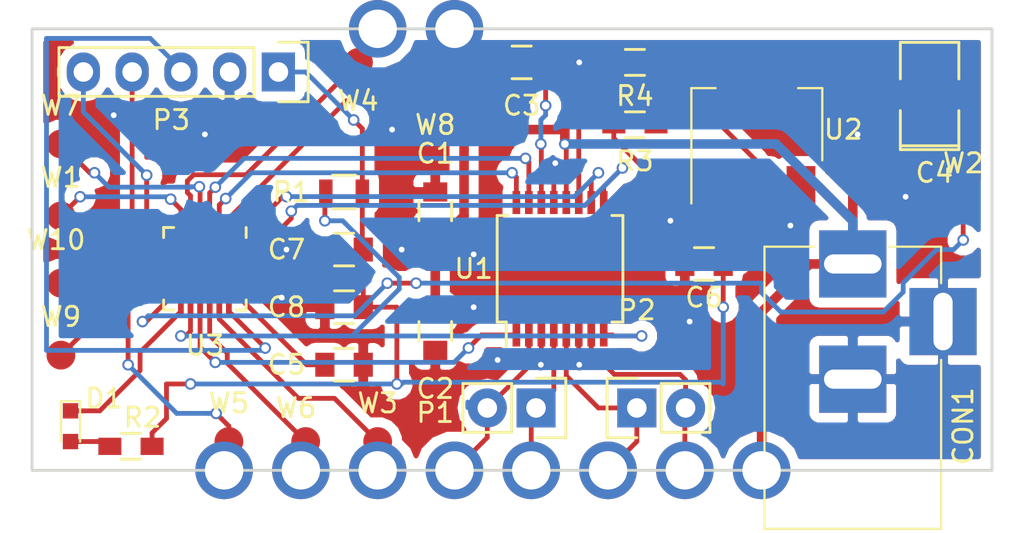
<source format=kicad_pcb>
(kicad_pcb (version 4) (host pcbnew 4.0.5)

  (general
    (links 88)
    (no_connects 1)
    (area 123.252381 94.755 176.74762 123.475001)
    (thickness 1.6)
    (drawings 4)
    (tracks 300)
    (zones 0)
    (modules 58)
    (nets 32)
  )

  (page A4)
  (layers
    (0 F.Cu signal)
    (31 B.Cu signal)
    (32 B.Adhes user)
    (33 F.Adhes user)
    (34 B.Paste user)
    (35 F.Paste user)
    (36 B.SilkS user)
    (37 F.SilkS user)
    (38 B.Mask user)
    (39 F.Mask user)
    (40 Dwgs.User user)
    (41 Cmts.User user)
    (42 Eco1.User user)
    (43 Eco2.User user)
    (44 Edge.Cuts user)
    (45 Margin user)
    (46 B.CrtYd user)
    (47 F.CrtYd user)
    (48 B.Fab user)
    (49 F.Fab user)
  )

  (setup
    (last_trace_width 0.25)
    (user_trace_width 0.25)
    (user_trace_width 0.5)
    (trace_clearance 0.2)
    (zone_clearance 0.508)
    (zone_45_only no)
    (trace_min 0.2)
    (segment_width 0.2)
    (edge_width 0.15)
    (via_size 0.6)
    (via_drill 0.4)
    (via_min_size 0.4)
    (via_min_drill 0.3)
    (uvia_size 0.3)
    (uvia_drill 0.1)
    (uvias_allowed no)
    (uvia_min_size 0.2)
    (uvia_min_drill 0.1)
    (pcb_text_width 0.3)
    (pcb_text_size 1.5 1.5)
    (mod_edge_width 0.15)
    (mod_text_size 1 1)
    (mod_text_width 0.15)
    (pad_size 0.6 0.6)
    (pad_drill 0.3)
    (pad_to_mask_clearance 0.2)
    (aux_axis_origin 0 0)
    (visible_elements 7FFFFFFF)
    (pcbplotparams
      (layerselection 0x00030_80000001)
      (usegerberextensions false)
      (excludeedgelayer true)
      (linewidth 0.100000)
      (plotframeref false)
      (viasonmask false)
      (mode 1)
      (useauxorigin false)
      (hpglpennumber 1)
      (hpglpenspeed 20)
      (hpglpendiameter 15)
      (hpglpenoverlay 2)
      (psnegative false)
      (psa4output false)
      (plotreference true)
      (plotvalue true)
      (plotinvisibletext false)
      (padsonsilk false)
      (subtractmaskfromsilk false)
      (outputformat 1)
      (mirror false)
      (drillshape 1)
      (scaleselection 1)
      (outputdirectory ""))
  )

  (net 0 "")
  (net 1 GND)
  (net 2 +12V)
  (net 3 "Net-(C3-Pad2)")
  (net 4 "Net-(C5-Pad1)")
  (net 5 VCC)
  (net 6 "Net-(D1-Pad2)")
  (net 7 /LED)
  (net 8 /XRES)
  (net 9 /SWDCLK)
  (net 10 /SWDIO)
  (net 11 /nFAULT)
  (net 12 "Net-(R3-Pad2)")
  (net 13 /nSLEEP)
  (net 14 "Net-(U3-Pad1)")
  (net 15 "Net-(U3-Pad4)")
  (net 16 "Net-(U3-Pad5)")
  (net 17 "Net-(U3-Pad6)")
  (net 18 /UART_RX)
  (net 19 /UART_TX)
  (net 20 "Net-(U3-Pad11)")
  (net 21 "Net-(U3-Pad12)")
  (net 22 "Net-(U3-Pad16)")
  (net 23 "Net-(U3-Pad17)")
  (net 24 /COIL_OUT_B)
  (net 25 /COIL_OUT_A)
  (net 26 /MOTOR_OUT_B)
  (net 27 /MOTOR_OUT_A)
  (net 28 /MOTOR_IN_A)
  (net 29 /MOTOR_IN_B)
  (net 30 /COIL_IN_B)
  (net 31 /COIL_IN_A)

  (net_class Default "This is the default net class."
    (clearance 0.2)
    (trace_width 0.25)
    (via_dia 0.6)
    (via_drill 0.4)
    (uvia_dia 0.3)
    (uvia_drill 0.1)
    (add_net +12V)
    (add_net /COIL_IN_A)
    (add_net /COIL_IN_B)
    (add_net /COIL_OUT_A)
    (add_net /COIL_OUT_B)
    (add_net /LED)
    (add_net /MOTOR_IN_A)
    (add_net /MOTOR_IN_B)
    (add_net /MOTOR_OUT_A)
    (add_net /MOTOR_OUT_B)
    (add_net /SWDCLK)
    (add_net /SWDIO)
    (add_net /UART_RX)
    (add_net /UART_TX)
    (add_net /XRES)
    (add_net /nFAULT)
    (add_net /nSLEEP)
    (add_net GND)
    (add_net "Net-(C3-Pad2)")
    (add_net "Net-(C5-Pad1)")
    (add_net "Net-(D1-Pad2)")
    (add_net "Net-(R3-Pad2)")
    (add_net "Net-(U3-Pad1)")
    (add_net "Net-(U3-Pad11)")
    (add_net "Net-(U3-Pad12)")
    (add_net "Net-(U3-Pad16)")
    (add_net "Net-(U3-Pad17)")
    (add_net "Net-(U3-Pad4)")
    (add_net "Net-(U3-Pad5)")
    (add_net "Net-(U3-Pad6)")
    (add_net VCC)
  )

  (net_class PWR ""
    (clearance 0.2)
    (trace_width 0.5)
    (via_dia 0.6)
    (via_drill 0.4)
    (uvia_dia 0.3)
    (uvia_drill 0.1)
  )

  (module KicadFootprint:via_0.3mm (layer F.Cu) (tedit 58718774) (tstamp 5873C590)
    (at 170.5 105.75)
    (fp_text reference REF** (at 0 1.27) (layer F.SilkS) hide
      (effects (font (size 1 1) (thickness 0.15)))
    )
    (fp_text value via_0.3mm (at 0 -1.27) (layer F.Fab) hide
      (effects (font (size 1 1) (thickness 0.15)))
    )
    (pad 1 thru_hole circle (at 0 0) (size 0.6 0.6) (drill 0.3) (layers *.Cu)
      (net 1 GND) (zone_connect 2))
  )

  (module KicadFootprint:via_0.3mm (layer F.Cu) (tedit 58718774) (tstamp 5873C58C)
    (at 168 102.5)
    (fp_text reference REF** (at 0 1.27) (layer F.SilkS) hide
      (effects (font (size 1 1) (thickness 0.15)))
    )
    (fp_text value via_0.3mm (at 0 -1.27) (layer F.Fab) hide
      (effects (font (size 1 1) (thickness 0.15)))
    )
    (pad 1 thru_hole circle (at 0 0) (size 0.6 0.6) (drill 0.3) (layers *.Cu)
      (net 1 GND) (zone_connect 2))
  )

  (module KicadFootprint:via_0.3mm (layer F.Cu) (tedit 58718774) (tstamp 5873C588)
    (at 164.5 107.25)
    (fp_text reference REF** (at 0 1.27) (layer F.SilkS) hide
      (effects (font (size 1 1) (thickness 0.15)))
    )
    (fp_text value via_0.3mm (at 0 -1.27) (layer F.Fab) hide
      (effects (font (size 1 1) (thickness 0.15)))
    )
    (pad 1 thru_hole circle (at 0 0) (size 0.6 0.6) (drill 0.3) (layers *.Cu)
      (net 1 GND) (zone_connect 2))
  )

  (module KicadFootprint:via_0.3mm (layer F.Cu) (tedit 58718774) (tstamp 5873C584)
    (at 159.25 112.25)
    (fp_text reference REF** (at 0 1.27) (layer F.SilkS) hide
      (effects (font (size 1 1) (thickness 0.15)))
    )
    (fp_text value via_0.3mm (at 0 -1.27) (layer F.Fab) hide
      (effects (font (size 1 1) (thickness 0.15)))
    )
    (pad 1 thru_hole circle (at 0 0) (size 0.6 0.6) (drill 0.3) (layers *.Cu)
      (net 1 GND) (zone_connect 2))
  )

  (module KicadFootprint:via_0.3mm (layer F.Cu) (tedit 58718774) (tstamp 5873C580)
    (at 158.25 107)
    (fp_text reference REF** (at 0 1.27) (layer F.SilkS) hide
      (effects (font (size 1 1) (thickness 0.15)))
    )
    (fp_text value via_0.3mm (at 0 -1.27) (layer F.Fab) hide
      (effects (font (size 1 1) (thickness 0.15)))
    )
    (pad 1 thru_hole circle (at 0 0) (size 0.6 0.6) (drill 0.3) (layers *.Cu)
      (net 1 GND) (zone_connect 2))
  )

  (module KicadFootprint:via_0.3mm (layer F.Cu) (tedit 58718774) (tstamp 5873C555)
    (at 153.5 98.75)
    (fp_text reference REF** (at 0 1.27) (layer F.SilkS) hide
      (effects (font (size 1 1) (thickness 0.15)))
    )
    (fp_text value via_0.3mm (at 0 -1.27) (layer F.Fab) hide
      (effects (font (size 1 1) (thickness 0.15)))
    )
    (pad 1 thru_hole circle (at 0 0) (size 0.6 0.6) (drill 0.3) (layers *.Cu)
      (net 1 GND) (zone_connect 2))
  )

  (module KicadFootprint:via_0.3mm (layer F.Cu) (tedit 58718774) (tstamp 5873C541)
    (at 138.25 108.5)
    (fp_text reference REF** (at 0 1.27) (layer F.SilkS) hide
      (effects (font (size 1 1) (thickness 0.15)))
    )
    (fp_text value via_0.3mm (at 0 -1.27) (layer F.Fab) hide
      (effects (font (size 1 1) (thickness 0.15)))
    )
    (pad 1 thru_hole circle (at 0 0) (size 0.6 0.6) (drill 0.3) (layers *.Cu)
      (net 1 GND) (zone_connect 2))
  )

  (module KicadFootprint:via_0.3mm (layer F.Cu) (tedit 58718774) (tstamp 5873C521)
    (at 148 111.5)
    (fp_text reference REF** (at 0 1.27) (layer F.SilkS) hide
      (effects (font (size 1 1) (thickness 0.15)))
    )
    (fp_text value via_0.3mm (at 0 -1.27) (layer F.Fab) hide
      (effects (font (size 1 1) (thickness 0.15)))
    )
    (pad 1 thru_hole circle (at 0 0) (size 0.6 0.6) (drill 0.3) (layers *.Cu)
      (net 1 GND) (zone_connect 2))
  )

  (module KicadFootprint:via_0.3mm (layer F.Cu) (tedit 58718774) (tstamp 5873C51D)
    (at 149.25 114.25)
    (fp_text reference REF** (at 0 1.27) (layer F.SilkS) hide
      (effects (font (size 1 1) (thickness 0.15)))
    )
    (fp_text value via_0.3mm (at 0 -1.27) (layer F.Fab) hide
      (effects (font (size 1 1) (thickness 0.15)))
    )
    (pad 1 thru_hole circle (at 0 0) (size 0.6 0.6) (drill 0.3) (layers *.Cu)
      (net 1 GND) (zone_connect 2))
  )

  (module KicadFootprint:via_0.3mm (layer F.Cu) (tedit 58718774) (tstamp 5873C518)
    (at 153.5 114.5)
    (fp_text reference REF** (at 0 1.27) (layer F.SilkS) hide
      (effects (font (size 1 1) (thickness 0.15)))
    )
    (fp_text value via_0.3mm (at 0 -1.27) (layer F.Fab) hide
      (effects (font (size 1 1) (thickness 0.15)))
    )
    (pad 1 thru_hole circle (at 0 0) (size 0.6 0.6) (drill 0.3) (layers *.Cu)
      (net 1 GND) (zone_connect 2))
  )

  (module KicadFootprint:via_0.3mm (layer F.Cu) (tedit 58718774) (tstamp 5873C514)
    (at 151.5 114.5)
    (fp_text reference REF** (at 0 1.27) (layer F.SilkS) hide
      (effects (font (size 1 1) (thickness 0.15)))
    )
    (fp_text value via_0.3mm (at 0 -1.27) (layer F.Fab) hide
      (effects (font (size 1 1) (thickness 0.15)))
    )
    (pad 1 thru_hole circle (at 0 0) (size 0.6 0.6) (drill 0.3) (layers *.Cu)
      (net 1 GND) (zone_connect 2))
  )

  (module KicadFootprint:via_0.3mm (layer F.Cu) (tedit 58718774) (tstamp 5873C50D)
    (at 152.25 104)
    (fp_text reference REF** (at 0 1.27) (layer F.SilkS) hide
      (effects (font (size 1 1) (thickness 0.15)))
    )
    (fp_text value via_0.3mm (at 0 -1.27) (layer F.Fab) hide
      (effects (font (size 1 1) (thickness 0.15)))
    )
    (pad 1 thru_hole circle (at 0 0) (size 0.6 0.6) (drill 0.3) (layers *.Cu)
      (net 1 GND) (zone_connect 2))
  )

  (module KicadFootprint:via_0.3mm (layer F.Cu) (tedit 58718774) (tstamp 5873C4FF)
    (at 129.25 101.5)
    (fp_text reference REF** (at 0 1.27) (layer F.SilkS) hide
      (effects (font (size 1 1) (thickness 0.15)))
    )
    (fp_text value via_0.3mm (at 0 -1.27) (layer F.Fab) hide
      (effects (font (size 1 1) (thickness 0.15)))
    )
    (pad 1 thru_hole circle (at 0 0) (size 0.6 0.6) (drill 0.3) (layers *.Cu)
      (net 1 GND) (zone_connect 2))
  )

  (module KicadFootprint:via_0.3mm (layer F.Cu) (tedit 58718774) (tstamp 5873C4FB)
    (at 138 111)
    (fp_text reference REF** (at 0 1.27) (layer F.SilkS) hide
      (effects (font (size 1 1) (thickness 0.15)))
    )
    (fp_text value via_0.3mm (at 0 -1.27) (layer F.Fab) hide
      (effects (font (size 1 1) (thickness 0.15)))
    )
    (pad 1 thru_hole circle (at 0 0) (size 0.6 0.6) (drill 0.3) (layers *.Cu)
      (net 1 GND) (zone_connect 2))
  )

  (module KicadFootprint:via_0.3mm (layer F.Cu) (tedit 58718774) (tstamp 5873C4F7)
    (at 148 108.75)
    (fp_text reference REF** (at 0 1.27) (layer F.SilkS) hide
      (effects (font (size 1 1) (thickness 0.15)))
    )
    (fp_text value via_0.3mm (at 0 -1.27) (layer F.Fab) hide
      (effects (font (size 1 1) (thickness 0.15)))
    )
    (pad 1 thru_hole circle (at 0 0) (size 0.6 0.6) (drill 0.3) (layers *.Cu)
      (net 1 GND) (zone_connect 2))
  )

  (module KicadFootprint:via_0.3mm (layer F.Cu) (tedit 58718774) (tstamp 5873C4F3)
    (at 144.25 108.5)
    (fp_text reference REF** (at 0 1.27) (layer F.SilkS) hide
      (effects (font (size 1 1) (thickness 0.15)))
    )
    (fp_text value via_0.3mm (at 0 -1.27) (layer F.Fab) hide
      (effects (font (size 1 1) (thickness 0.15)))
    )
    (pad 1 thru_hole circle (at 0 0) (size 0.6 0.6) (drill 0.3) (layers *.Cu)
      (net 1 GND) (zone_connect 2))
  )

  (module KicadFootprint:via_0.3mm (layer F.Cu) (tedit 58718774) (tstamp 5873C4EF)
    (at 134 102.5)
    (fp_text reference REF** (at 0 1.27) (layer F.SilkS) hide
      (effects (font (size 1 1) (thickness 0.15)))
    )
    (fp_text value via_0.3mm (at 0 -1.27) (layer F.Fab) hide
      (effects (font (size 1 1) (thickness 0.15)))
    )
    (pad 1 thru_hole circle (at 0 0) (size 0.6 0.6) (drill 0.3) (layers *.Cu)
      (net 1 GND) (zone_connect 2))
  )

  (module KicadFootprint:via_0.3mm (layer F.Cu) (tedit 58718679) (tstamp 5873C4C4)
    (at 163 120)
    (fp_text reference REF** (at 0 1.27) (layer F.SilkS) hide
      (effects (font (size 1 1) (thickness 0.15)))
    )
    (fp_text value via_0.3mm (at 0 -1.27) (layer F.Fab) hide
      (effects (font (size 1 1) (thickness 0.15)))
    )
    (pad 1 thru_hole circle (at 0 0) (size 3 3) (drill 2) (layers *.Cu)
      (net 2 +12V) (zone_connect 2))
  )

  (module KicadFootprint:via_0.3mm (layer F.Cu) (tedit 58718613) (tstamp 5873C411)
    (at 147 97)
    (fp_text reference REF** (at 0 1.27) (layer F.SilkS) hide
      (effects (font (size 1 1) (thickness 0.15)))
    )
    (fp_text value via_0.3mm (at 0 -1.27) (layer F.Fab) hide
      (effects (font (size 1 1) (thickness 0.15)))
    )
    (pad 1 thru_hole circle (at 0 0) (size 3 3) (drill 2) (layers *.Cu)
      (net 1 GND) (zone_connect 2))
  )

  (module KicadFootprint:via_0.3mm (layer F.Cu) (tedit 587185F0) (tstamp 5873C40D)
    (at 143 97)
    (fp_text reference REF** (at 0 1.27) (layer F.SilkS) hide
      (effects (font (size 1 1) (thickness 0.15)))
    )
    (fp_text value via_0.3mm (at 0 -1.27) (layer F.Fab) hide
      (effects (font (size 1 1) (thickness 0.15)))
    )
    (pad 1 thru_hole circle (at 0 0) (size 3 3) (drill 2) (layers *.Cu)
      (net 16 "Net-(U3-Pad5)") (zone_connect 2))
  )

  (module KicadFootprint:via_0.3mm (layer F.Cu) (tedit 587185E0) (tstamp 5873C409)
    (at 135 120)
    (fp_text reference REF** (at 0 1.27) (layer F.SilkS) hide
      (effects (font (size 1 1) (thickness 0.15)))
    )
    (fp_text value via_0.3mm (at 0 -1.27) (layer F.Fab) hide
      (effects (font (size 1 1) (thickness 0.15)))
    )
    (pad 1 thru_hole circle (at 0 0) (size 3 3) (drill 2) (layers *.Cu)
      (net 20 "Net-(U3-Pad11)") (zone_connect 2))
  )

  (module KicadFootprint:via_0.3mm (layer F.Cu) (tedit 587185D8) (tstamp 5873C405)
    (at 139 120)
    (fp_text reference REF** (at 0 1.27) (layer F.SilkS) hide
      (effects (font (size 1 1) (thickness 0.15)))
    )
    (fp_text value via_0.3mm (at 0 -1.27) (layer F.Fab) hide
      (effects (font (size 1 1) (thickness 0.15)))
    )
    (pad 1 thru_hole circle (at 0 0) (size 3 3) (drill 2) (layers *.Cu)
      (net 22 "Net-(U3-Pad16)") (zone_connect 2))
  )

  (module KicadFootprint:via_0.3mm (layer F.Cu) (tedit 587185CF) (tstamp 5873C401)
    (at 143 120)
    (fp_text reference REF** (at 0 1.27) (layer F.SilkS) hide
      (effects (font (size 1 1) (thickness 0.15)))
    )
    (fp_text value via_0.3mm (at 0 -1.27) (layer F.Fab) hide
      (effects (font (size 1 1) (thickness 0.15)))
    )
    (pad 1 thru_hole circle (at 0 0) (size 3 3) (drill 2) (layers *.Cu)
      (net 23 "Net-(U3-Pad17)") (zone_connect 2))
  )

  (module KicadFootprint:via_0.3mm (layer F.Cu) (tedit 587185A8) (tstamp 5873C3D4)
    (at 159 120)
    (fp_text reference REF** (at 0 1.27) (layer F.SilkS) hide
      (effects (font (size 1 1) (thickness 0.15)))
    )
    (fp_text value via_0.3mm (at 0 -1.27) (layer F.Fab) hide
      (effects (font (size 1 1) (thickness 0.15)))
    )
    (pad 1 thru_hole circle (at 0 0) (size 3 3) (drill 2) (layers *.Cu)
      (net 27 /MOTOR_OUT_A) (zone_connect 2))
  )

  (module KicadFootprint:via_0.3mm (layer F.Cu) (tedit 587185AE) (tstamp 5873C3D0)
    (at 155 120)
    (fp_text reference REF** (at 0 1.27) (layer F.SilkS) hide
      (effects (font (size 1 1) (thickness 0.15)))
    )
    (fp_text value via_0.3mm (at 0 -1.27) (layer F.Fab) hide
      (effects (font (size 1 1) (thickness 0.15)))
    )
    (pad 1 thru_hole circle (at 0 0) (size 3 3) (drill 2) (layers *.Cu)
      (net 26 /MOTOR_OUT_B) (zone_connect 2))
  )

  (module KicadFootprint:via_0.3mm (layer F.Cu) (tedit 587185BA) (tstamp 5873C3C8)
    (at 151 120)
    (fp_text reference REF** (at 0 1.27) (layer F.SilkS) hide
      (effects (font (size 1 1) (thickness 0.15)))
    )
    (fp_text value via_0.3mm (at 0 -1.27) (layer F.Fab) hide
      (effects (font (size 1 1) (thickness 0.15)))
    )
    (pad 1 thru_hole circle (at 0 0) (size 3 3) (drill 2) (layers *.Cu)
      (net 24 /COIL_OUT_B) (zone_connect 2))
  )

  (module Capacitors_SMD:C_0805 (layer F.Cu) (tedit 5415D6EA) (tstamp 58712C52)
    (at 146 106.5 270)
    (descr "Capacitor SMD 0805, reflow soldering, AVX (see smccp.pdf)")
    (tags "capacitor 0805")
    (path /586F0381)
    (attr smd)
    (fp_text reference C1 (at -3 0 360) (layer F.SilkS)
      (effects (font (size 1 1) (thickness 0.15)))
    )
    (fp_text value 0.1u (at 0 2.1 270) (layer F.Fab)
      (effects (font (size 1 1) (thickness 0.15)))
    )
    (fp_line (start -1 0.625) (end -1 -0.625) (layer F.Fab) (width 0.15))
    (fp_line (start 1 0.625) (end -1 0.625) (layer F.Fab) (width 0.15))
    (fp_line (start 1 -0.625) (end 1 0.625) (layer F.Fab) (width 0.15))
    (fp_line (start -1 -0.625) (end 1 -0.625) (layer F.Fab) (width 0.15))
    (fp_line (start -1.8 -1) (end 1.8 -1) (layer F.CrtYd) (width 0.05))
    (fp_line (start -1.8 1) (end 1.8 1) (layer F.CrtYd) (width 0.05))
    (fp_line (start -1.8 -1) (end -1.8 1) (layer F.CrtYd) (width 0.05))
    (fp_line (start 1.8 -1) (end 1.8 1) (layer F.CrtYd) (width 0.05))
    (fp_line (start 0.5 -0.85) (end -0.5 -0.85) (layer F.SilkS) (width 0.15))
    (fp_line (start -0.5 0.85) (end 0.5 0.85) (layer F.SilkS) (width 0.15))
    (pad 1 smd rect (at -1 0 270) (size 1 1.25) (layers F.Cu F.Paste F.Mask)
      (net 1 GND))
    (pad 2 smd rect (at 1 0 270) (size 1 1.25) (layers F.Cu F.Paste F.Mask)
      (net 2 +12V))
    (model Capacitors_SMD.3dshapes/C_0805.wrl
      (at (xyz 0 0 0))
      (scale (xyz 1 1 1))
      (rotate (xyz 0 0 0))
    )
  )

  (module Capacitors_SMD:C_0805 (layer F.Cu) (tedit 5415D6EA) (tstamp 58712C58)
    (at 146 112.75 90)
    (descr "Capacitor SMD 0805, reflow soldering, AVX (see smccp.pdf)")
    (tags "capacitor 0805")
    (path /586F0316)
    (attr smd)
    (fp_text reference C2 (at -3 0 180) (layer F.SilkS)
      (effects (font (size 1 1) (thickness 0.15)))
    )
    (fp_text value 10u (at 0 2.1 90) (layer F.Fab)
      (effects (font (size 1 1) (thickness 0.15)))
    )
    (fp_line (start -1 0.625) (end -1 -0.625) (layer F.Fab) (width 0.15))
    (fp_line (start 1 0.625) (end -1 0.625) (layer F.Fab) (width 0.15))
    (fp_line (start 1 -0.625) (end 1 0.625) (layer F.Fab) (width 0.15))
    (fp_line (start -1 -0.625) (end 1 -0.625) (layer F.Fab) (width 0.15))
    (fp_line (start -1.8 -1) (end 1.8 -1) (layer F.CrtYd) (width 0.05))
    (fp_line (start -1.8 1) (end 1.8 1) (layer F.CrtYd) (width 0.05))
    (fp_line (start -1.8 -1) (end -1.8 1) (layer F.CrtYd) (width 0.05))
    (fp_line (start 1.8 -1) (end 1.8 1) (layer F.CrtYd) (width 0.05))
    (fp_line (start 0.5 -0.85) (end -0.5 -0.85) (layer F.SilkS) (width 0.15))
    (fp_line (start -0.5 0.85) (end 0.5 0.85) (layer F.SilkS) (width 0.15))
    (pad 1 smd rect (at -1 0 90) (size 1 1.25) (layers F.Cu F.Paste F.Mask)
      (net 1 GND))
    (pad 2 smd rect (at 1 0 90) (size 1 1.25) (layers F.Cu F.Paste F.Mask)
      (net 2 +12V))
    (model Capacitors_SMD.3dshapes/C_0805.wrl
      (at (xyz 0 0 0))
      (scale (xyz 1 1 1))
      (rotate (xyz 0 0 0))
    )
  )

  (module Capacitors_SMD:C_0805 (layer F.Cu) (tedit 5415D6EA) (tstamp 58712C5E)
    (at 150.5 98.75)
    (descr "Capacitor SMD 0805, reflow soldering, AVX (see smccp.pdf)")
    (tags "capacitor 0805")
    (path /586EFEE4)
    (attr smd)
    (fp_text reference C3 (at 0 2.25) (layer F.SilkS)
      (effects (font (size 1 1) (thickness 0.15)))
    )
    (fp_text value 2.2u (at 0 2.1) (layer F.Fab)
      (effects (font (size 1 1) (thickness 0.15)))
    )
    (fp_line (start -1 0.625) (end -1 -0.625) (layer F.Fab) (width 0.15))
    (fp_line (start 1 0.625) (end -1 0.625) (layer F.Fab) (width 0.15))
    (fp_line (start 1 -0.625) (end 1 0.625) (layer F.Fab) (width 0.15))
    (fp_line (start -1 -0.625) (end 1 -0.625) (layer F.Fab) (width 0.15))
    (fp_line (start -1.8 -1) (end 1.8 -1) (layer F.CrtYd) (width 0.05))
    (fp_line (start -1.8 1) (end 1.8 1) (layer F.CrtYd) (width 0.05))
    (fp_line (start -1.8 -1) (end -1.8 1) (layer F.CrtYd) (width 0.05))
    (fp_line (start 1.8 -1) (end 1.8 1) (layer F.CrtYd) (width 0.05))
    (fp_line (start 0.5 -0.85) (end -0.5 -0.85) (layer F.SilkS) (width 0.15))
    (fp_line (start -0.5 0.85) (end 0.5 0.85) (layer F.SilkS) (width 0.15))
    (pad 1 smd rect (at -1 0) (size 1 1.25) (layers F.Cu F.Paste F.Mask)
      (net 1 GND))
    (pad 2 smd rect (at 1 0) (size 1 1.25) (layers F.Cu F.Paste F.Mask)
      (net 3 "Net-(C3-Pad2)"))
    (model Capacitors_SMD.3dshapes/C_0805.wrl
      (at (xyz 0 0 0))
      (scale (xyz 1 1 1))
      (rotate (xyz 0 0 0))
    )
  )

  (module SMD_Packages:SMD-1210_Pol (layer F.Cu) (tedit 0) (tstamp 58712C64)
    (at 171.75 100.5 90)
    (tags "CMS SM")
    (path /57EA056D)
    (attr smd)
    (fp_text reference C4 (at -4 0.25 180) (layer F.SilkS)
      (effects (font (size 1 1) (thickness 0.15)))
    )
    (fp_text value 10u (at 0 0.762 90) (layer F.Fab)
      (effects (font (size 1 1) (thickness 0.15)))
    )
    (fp_line (start -2.794 -1.524) (end -2.794 1.524) (layer F.SilkS) (width 0.15))
    (fp_line (start 0.889 1.524) (end 2.794 1.524) (layer F.SilkS) (width 0.15))
    (fp_line (start 2.794 1.524) (end 2.794 -1.524) (layer F.SilkS) (width 0.15))
    (fp_line (start 2.794 -1.524) (end 0.889 -1.524) (layer F.SilkS) (width 0.15))
    (fp_line (start -0.762 -1.524) (end -2.794 -1.524) (layer F.SilkS) (width 0.15))
    (fp_line (start -2.594 -1.524) (end -2.594 1.524) (layer F.SilkS) (width 0.15))
    (fp_line (start -2.794 1.524) (end -0.762 1.524) (layer F.SilkS) (width 0.15))
    (pad 1 smd rect (at -1.778 0 90) (size 1.778 2.794) (layers F.Cu F.Paste F.Mask)
      (net 2 +12V))
    (pad 2 smd rect (at 1.778 0 90) (size 1.778 2.794) (layers F.Cu F.Paste F.Mask)
      (net 1 GND))
    (model SMD_Packages.3dshapes/SMD-1210_Pol.wrl
      (at (xyz 0 0 0))
      (scale (xyz 0.2 0.2 0.2))
      (rotate (xyz 0 0 0))
    )
  )

  (module Capacitors_SMD:C_0805 (layer F.Cu) (tedit 5415D6EA) (tstamp 58712C6A)
    (at 141.25 114.5)
    (descr "Capacitor SMD 0805, reflow soldering, AVX (see smccp.pdf)")
    (tags "capacitor 0805")
    (path /57E8627F)
    (attr smd)
    (fp_text reference C5 (at -3 0) (layer F.SilkS)
      (effects (font (size 1 1) (thickness 0.15)))
    )
    (fp_text value 0.1u (at 0 2.1) (layer F.Fab)
      (effects (font (size 1 1) (thickness 0.15)))
    )
    (fp_line (start -1 0.625) (end -1 -0.625) (layer F.Fab) (width 0.15))
    (fp_line (start 1 0.625) (end -1 0.625) (layer F.Fab) (width 0.15))
    (fp_line (start 1 -0.625) (end 1 0.625) (layer F.Fab) (width 0.15))
    (fp_line (start -1 -0.625) (end 1 -0.625) (layer F.Fab) (width 0.15))
    (fp_line (start -1.8 -1) (end 1.8 -1) (layer F.CrtYd) (width 0.05))
    (fp_line (start -1.8 1) (end 1.8 1) (layer F.CrtYd) (width 0.05))
    (fp_line (start -1.8 -1) (end -1.8 1) (layer F.CrtYd) (width 0.05))
    (fp_line (start 1.8 -1) (end 1.8 1) (layer F.CrtYd) (width 0.05))
    (fp_line (start 0.5 -0.85) (end -0.5 -0.85) (layer F.SilkS) (width 0.15))
    (fp_line (start -0.5 0.85) (end 0.5 0.85) (layer F.SilkS) (width 0.15))
    (pad 1 smd rect (at -1 0) (size 1 1.25) (layers F.Cu F.Paste F.Mask)
      (net 4 "Net-(C5-Pad1)"))
    (pad 2 smd rect (at 1 0) (size 1 1.25) (layers F.Cu F.Paste F.Mask)
      (net 1 GND))
    (model Capacitors_SMD.3dshapes/C_0805.wrl
      (at (xyz 0 0 0))
      (scale (xyz 1 1 1))
      (rotate (xyz 0 0 0))
    )
  )

  (module Capacitors_SMD:C_0805 (layer F.Cu) (tedit 5415D6EA) (tstamp 58712C70)
    (at 160 109.25 180)
    (descr "Capacitor SMD 0805, reflow soldering, AVX (see smccp.pdf)")
    (tags "capacitor 0805")
    (path /57EA05F0)
    (attr smd)
    (fp_text reference C6 (at 0 -1.75 180) (layer F.SilkS)
      (effects (font (size 1 1) (thickness 0.15)))
    )
    (fp_text value 1u (at 0 2.1 180) (layer F.Fab)
      (effects (font (size 1 1) (thickness 0.15)))
    )
    (fp_line (start -1 0.625) (end -1 -0.625) (layer F.Fab) (width 0.15))
    (fp_line (start 1 0.625) (end -1 0.625) (layer F.Fab) (width 0.15))
    (fp_line (start 1 -0.625) (end 1 0.625) (layer F.Fab) (width 0.15))
    (fp_line (start -1 -0.625) (end 1 -0.625) (layer F.Fab) (width 0.15))
    (fp_line (start -1.8 -1) (end 1.8 -1) (layer F.CrtYd) (width 0.05))
    (fp_line (start -1.8 1) (end 1.8 1) (layer F.CrtYd) (width 0.05))
    (fp_line (start -1.8 -1) (end -1.8 1) (layer F.CrtYd) (width 0.05))
    (fp_line (start 1.8 -1) (end 1.8 1) (layer F.CrtYd) (width 0.05))
    (fp_line (start 0.5 -0.85) (end -0.5 -0.85) (layer F.SilkS) (width 0.15))
    (fp_line (start -0.5 0.85) (end 0.5 0.85) (layer F.SilkS) (width 0.15))
    (pad 1 smd rect (at -1 0 180) (size 1 1.25) (layers F.Cu F.Paste F.Mask)
      (net 5 VCC))
    (pad 2 smd rect (at 1 0 180) (size 1 1.25) (layers F.Cu F.Paste F.Mask)
      (net 1 GND))
    (model Capacitors_SMD.3dshapes/C_0805.wrl
      (at (xyz 0 0 0))
      (scale (xyz 1 1 1))
      (rotate (xyz 0 0 0))
    )
  )

  (module Capacitors_SMD:C_0805 (layer F.Cu) (tedit 5415D6EA) (tstamp 58712C76)
    (at 141.25 108.5 180)
    (descr "Capacitor SMD 0805, reflow soldering, AVX (see smccp.pdf)")
    (tags "capacitor 0805")
    (path /57E87C07)
    (attr smd)
    (fp_text reference C7 (at 3 0 180) (layer F.SilkS)
      (effects (font (size 1 1) (thickness 0.15)))
    )
    (fp_text value 1u (at 0 2.1 180) (layer F.Fab)
      (effects (font (size 1 1) (thickness 0.15)))
    )
    (fp_line (start -1 0.625) (end -1 -0.625) (layer F.Fab) (width 0.15))
    (fp_line (start 1 0.625) (end -1 0.625) (layer F.Fab) (width 0.15))
    (fp_line (start 1 -0.625) (end 1 0.625) (layer F.Fab) (width 0.15))
    (fp_line (start -1 -0.625) (end 1 -0.625) (layer F.Fab) (width 0.15))
    (fp_line (start -1.8 -1) (end 1.8 -1) (layer F.CrtYd) (width 0.05))
    (fp_line (start -1.8 1) (end 1.8 1) (layer F.CrtYd) (width 0.05))
    (fp_line (start -1.8 -1) (end -1.8 1) (layer F.CrtYd) (width 0.05))
    (fp_line (start 1.8 -1) (end 1.8 1) (layer F.CrtYd) (width 0.05))
    (fp_line (start 0.5 -0.85) (end -0.5 -0.85) (layer F.SilkS) (width 0.15))
    (fp_line (start -0.5 0.85) (end 0.5 0.85) (layer F.SilkS) (width 0.15))
    (pad 1 smd rect (at -1 0 180) (size 1 1.25) (layers F.Cu F.Paste F.Mask)
      (net 5 VCC))
    (pad 2 smd rect (at 1 0 180) (size 1 1.25) (layers F.Cu F.Paste F.Mask)
      (net 1 GND))
    (model Capacitors_SMD.3dshapes/C_0805.wrl
      (at (xyz 0 0 0))
      (scale (xyz 1 1 1))
      (rotate (xyz 0 0 0))
    )
  )

  (module Capacitors_SMD:C_0805 (layer F.Cu) (tedit 5415D6EA) (tstamp 58712C7C)
    (at 141.25 111.5 180)
    (descr "Capacitor SMD 0805, reflow soldering, AVX (see smccp.pdf)")
    (tags "capacitor 0805")
    (path /57E88A24)
    (attr smd)
    (fp_text reference C8 (at 3 0 180) (layer F.SilkS)
      (effects (font (size 1 1) (thickness 0.15)))
    )
    (fp_text value 0.1u (at 0 2.1 180) (layer F.Fab)
      (effects (font (size 1 1) (thickness 0.15)))
    )
    (fp_line (start -1 0.625) (end -1 -0.625) (layer F.Fab) (width 0.15))
    (fp_line (start 1 0.625) (end -1 0.625) (layer F.Fab) (width 0.15))
    (fp_line (start 1 -0.625) (end 1 0.625) (layer F.Fab) (width 0.15))
    (fp_line (start -1 -0.625) (end 1 -0.625) (layer F.Fab) (width 0.15))
    (fp_line (start -1.8 -1) (end 1.8 -1) (layer F.CrtYd) (width 0.05))
    (fp_line (start -1.8 1) (end 1.8 1) (layer F.CrtYd) (width 0.05))
    (fp_line (start -1.8 -1) (end -1.8 1) (layer F.CrtYd) (width 0.05))
    (fp_line (start 1.8 -1) (end 1.8 1) (layer F.CrtYd) (width 0.05))
    (fp_line (start 0.5 -0.85) (end -0.5 -0.85) (layer F.SilkS) (width 0.15))
    (fp_line (start -0.5 0.85) (end 0.5 0.85) (layer F.SilkS) (width 0.15))
    (pad 1 smd rect (at -1 0 180) (size 1 1.25) (layers F.Cu F.Paste F.Mask)
      (net 5 VCC))
    (pad 2 smd rect (at 1 0 180) (size 1 1.25) (layers F.Cu F.Paste F.Mask)
      (net 1 GND))
    (model Capacitors_SMD.3dshapes/C_0805.wrl
      (at (xyz 0 0 0))
      (scale (xyz 1 1 1))
      (rotate (xyz 0 0 0))
    )
  )

  (module Connect:BARREL_JACK (layer F.Cu) (tedit 5861378E) (tstamp 58712C83)
    (at 167.75 109.25 90)
    (descr "DC Barrel Jack")
    (tags "Power Jack")
    (path /587151B2)
    (fp_text reference CON1 (at -8.45 5.75 270) (layer F.SilkS)
      (effects (font (size 1 1) (thickness 0.15)))
    )
    (fp_text value BARREL_JACK (at -4.75 -5.75 90) (layer F.Fab)
      (effects (font (size 1 1) (thickness 0.15)))
    )
    (fp_line (start 1 -4.5) (end 1 -4.75) (layer F.CrtYd) (width 0.05))
    (fp_line (start 1 -4.75) (end -14 -4.75) (layer F.CrtYd) (width 0.05))
    (fp_line (start 1 -4.5) (end 1 -2) (layer F.CrtYd) (width 0.05))
    (fp_line (start 1 -2) (end 2 -2) (layer F.CrtYd) (width 0.05))
    (fp_line (start 2 -2) (end 2 2) (layer F.CrtYd) (width 0.05))
    (fp_line (start 2 2) (end 1 2) (layer F.CrtYd) (width 0.05))
    (fp_line (start 1 2) (end 1 4.75) (layer F.CrtYd) (width 0.05))
    (fp_line (start 1 4.75) (end -1 4.75) (layer F.CrtYd) (width 0.05))
    (fp_line (start -1 4.75) (end -1 6.75) (layer F.CrtYd) (width 0.05))
    (fp_line (start -1 6.75) (end -5 6.75) (layer F.CrtYd) (width 0.05))
    (fp_line (start -5 6.75) (end -5 4.75) (layer F.CrtYd) (width 0.05))
    (fp_line (start -5 4.75) (end -14 4.75) (layer F.CrtYd) (width 0.05))
    (fp_line (start -14 4.75) (end -14 -4.75) (layer F.CrtYd) (width 0.05))
    (fp_line (start -5 4.6) (end -13.8 4.6) (layer F.SilkS) (width 0.12))
    (fp_line (start -13.8 4.6) (end -13.8 -4.6) (layer F.SilkS) (width 0.12))
    (fp_line (start 0.9 1.9) (end 0.9 4.6) (layer F.SilkS) (width 0.12))
    (fp_line (start 0.9 4.6) (end -1 4.6) (layer F.SilkS) (width 0.12))
    (fp_line (start -13.8 -4.6) (end 0.9 -4.6) (layer F.SilkS) (width 0.12))
    (fp_line (start 0.9 -4.6) (end 0.9 -2) (layer F.SilkS) (width 0.12))
    (fp_line (start -10.2 -4.5) (end -10.2 4.5) (layer F.Fab) (width 0.1))
    (fp_line (start -13.7 -4.5) (end -13.7 4.5) (layer F.Fab) (width 0.1))
    (fp_line (start -13.7 4.5) (end 0.8 4.5) (layer F.Fab) (width 0.1))
    (fp_line (start 0.8 4.5) (end 0.8 -4.5) (layer F.Fab) (width 0.1))
    (fp_line (start 0.8 -4.5) (end -13.7 -4.5) (layer F.Fab) (width 0.1))
    (pad 1 thru_hole rect (at 0 0 90) (size 3.5 3.5) (drill oval 1 3) (layers *.Cu *.Mask)
      (net 2 +12V))
    (pad 2 thru_hole rect (at -6 0 90) (size 3.5 3.5) (drill oval 1 3) (layers *.Cu *.Mask)
      (net 1 GND))
    (pad 3 thru_hole rect (at -3 4.7 90) (size 3.5 3.5) (drill oval 3 1) (layers *.Cu *.Mask)
      (net 1 GND))
  )

  (module LEDs:LED_0603 (layer F.Cu) (tedit 57FE93A5) (tstamp 58712C89)
    (at 127 117.7 270)
    (descr "LED 0603 smd package")
    (tags "LED led 0603 SMD smd SMT smt smdled SMDLED smtled SMTLED")
    (path /58711777)
    (attr smd)
    (fp_text reference D1 (at -1.45 -1.75 360) (layer F.SilkS)
      (effects (font (size 1 1) (thickness 0.15)))
    )
    (fp_text value LED (at 0 1.35 270) (layer F.Fab)
      (effects (font (size 1 1) (thickness 0.15)))
    )
    (fp_line (start -1.3 -0.5) (end -1.3 0.5) (layer F.SilkS) (width 0.12))
    (fp_line (start -0.2 -0.2) (end -0.2 0.2) (layer F.Fab) (width 0.1))
    (fp_line (start -0.15 0) (end 0.15 -0.2) (layer F.Fab) (width 0.1))
    (fp_line (start 0.15 0.2) (end -0.15 0) (layer F.Fab) (width 0.1))
    (fp_line (start 0.15 -0.2) (end 0.15 0.2) (layer F.Fab) (width 0.1))
    (fp_line (start 0.8 0.4) (end -0.8 0.4) (layer F.Fab) (width 0.1))
    (fp_line (start 0.8 -0.4) (end 0.8 0.4) (layer F.Fab) (width 0.1))
    (fp_line (start -0.8 -0.4) (end 0.8 -0.4) (layer F.Fab) (width 0.1))
    (fp_line (start -0.8 0.4) (end -0.8 -0.4) (layer F.Fab) (width 0.1))
    (fp_line (start -1.3 0.5) (end 0.8 0.5) (layer F.SilkS) (width 0.12))
    (fp_line (start -1.3 -0.5) (end 0.8 -0.5) (layer F.SilkS) (width 0.12))
    (fp_line (start 1.45 -0.65) (end 1.45 0.65) (layer F.CrtYd) (width 0.05))
    (fp_line (start 1.45 0.65) (end -1.45 0.65) (layer F.CrtYd) (width 0.05))
    (fp_line (start -1.45 0.65) (end -1.45 -0.65) (layer F.CrtYd) (width 0.05))
    (fp_line (start -1.45 -0.65) (end 1.45 -0.65) (layer F.CrtYd) (width 0.05))
    (pad 2 smd rect (at 0.8 0 90) (size 0.8 0.8) (layers F.Cu F.Paste F.Mask)
      (net 6 "Net-(D1-Pad2)"))
    (pad 1 smd rect (at -0.8 0 90) (size 0.8 0.8) (layers F.Cu F.Paste F.Mask)
      (net 7 /LED))
    (model LEDs.3dshapes/LED_0603.wrl
      (at (xyz 0 0 0))
      (scale (xyz 1 1 1))
      (rotate (xyz 0 0 180))
    )
  )

  (module Socket_Strips:Socket_Strip_Straight_1x02 (layer F.Cu) (tedit 58715ACC) (tstamp 58712C8F)
    (at 151.25 116.75 180)
    (descr "Through hole socket strip")
    (tags "socket strip")
    (path /57E8BA15)
    (fp_text reference P1 (at 5.25 -0.25 180) (layer F.SilkS)
      (effects (font (size 1 1) (thickness 0.15)))
    )
    (fp_text value CONN_01X02 (at 0 -3.1 180) (layer F.Fab) hide
      (effects (font (size 1 1) (thickness 0.15)))
    )
    (fp_line (start -1.55 1.55) (end 0 1.55) (layer F.SilkS) (width 0.15))
    (fp_line (start 3.81 1.27) (end 1.27 1.27) (layer F.SilkS) (width 0.15))
    (fp_line (start -1.75 -1.75) (end -1.75 1.75) (layer F.CrtYd) (width 0.05))
    (fp_line (start 4.3 -1.75) (end 4.3 1.75) (layer F.CrtYd) (width 0.05))
    (fp_line (start -1.75 -1.75) (end 4.3 -1.75) (layer F.CrtYd) (width 0.05))
    (fp_line (start -1.75 1.75) (end 4.3 1.75) (layer F.CrtYd) (width 0.05))
    (fp_line (start 1.27 1.27) (end 1.27 -1.27) (layer F.SilkS) (width 0.15))
    (fp_line (start 0 -1.55) (end -1.55 -1.55) (layer F.SilkS) (width 0.15))
    (fp_line (start -1.55 -1.55) (end -1.55 1.55) (layer F.SilkS) (width 0.15))
    (fp_line (start 1.27 -1.27) (end 3.81 -1.27) (layer F.SilkS) (width 0.15))
    (fp_line (start 3.81 -1.27) (end 3.81 1.27) (layer F.SilkS) (width 0.15))
    (pad 1 thru_hole rect (at 0 0 180) (size 2.032 2.032) (drill 1.016) (layers *.Cu *.Mask)
      (net 24 /COIL_OUT_B))
    (pad 2 thru_hole oval (at 2.54 0 180) (size 2.032 2.032) (drill 1.016) (layers *.Cu *.Mask)
      (net 25 /COIL_OUT_A))
    (model Socket_Strips.3dshapes/Socket_Strip_Straight_1x02.wrl
      (at (xyz 0.05 0 0))
      (scale (xyz 1 1 1))
      (rotate (xyz 0 0 180))
    )
  )

  (module Socket_Strips:Socket_Strip_Straight_1x02 (layer F.Cu) (tedit 54E9F75E) (tstamp 58712C95)
    (at 156.5 116.75)
    (descr "Through hole socket strip")
    (tags "socket strip")
    (path /57E8BBF6)
    (fp_text reference P2 (at 0 -5.1) (layer F.SilkS)
      (effects (font (size 1 1) (thickness 0.15)))
    )
    (fp_text value CONN_01X02 (at 0 -3.1) (layer F.Fab)
      (effects (font (size 1 1) (thickness 0.15)))
    )
    (fp_line (start -1.55 1.55) (end 0 1.55) (layer F.SilkS) (width 0.15))
    (fp_line (start 3.81 1.27) (end 1.27 1.27) (layer F.SilkS) (width 0.15))
    (fp_line (start -1.75 -1.75) (end -1.75 1.75) (layer F.CrtYd) (width 0.05))
    (fp_line (start 4.3 -1.75) (end 4.3 1.75) (layer F.CrtYd) (width 0.05))
    (fp_line (start -1.75 -1.75) (end 4.3 -1.75) (layer F.CrtYd) (width 0.05))
    (fp_line (start -1.75 1.75) (end 4.3 1.75) (layer F.CrtYd) (width 0.05))
    (fp_line (start 1.27 1.27) (end 1.27 -1.27) (layer F.SilkS) (width 0.15))
    (fp_line (start 0 -1.55) (end -1.55 -1.55) (layer F.SilkS) (width 0.15))
    (fp_line (start -1.55 -1.55) (end -1.55 1.55) (layer F.SilkS) (width 0.15))
    (fp_line (start 1.27 -1.27) (end 3.81 -1.27) (layer F.SilkS) (width 0.15))
    (fp_line (start 3.81 -1.27) (end 3.81 1.27) (layer F.SilkS) (width 0.15))
    (pad 1 thru_hole rect (at 0 0) (size 2.032 2.032) (drill 1.016) (layers *.Cu *.Mask)
      (net 26 /MOTOR_OUT_B))
    (pad 2 thru_hole oval (at 2.54 0) (size 2.032 2.032) (drill 1.016) (layers *.Cu *.Mask)
      (net 27 /MOTOR_OUT_A))
    (model Socket_Strips.3dshapes/Socket_Strip_Straight_1x02.wrl
      (at (xyz 0.05 0 0))
      (scale (xyz 1 1 1))
      (rotate (xyz 0 0 180))
    )
  )

  (module Socket_Strips:Socket_Strip_Straight_1x05 (layer F.Cu) (tedit 0) (tstamp 58712C9E)
    (at 137.83 99.25 180)
    (descr "Through hole socket strip")
    (tags "socket strip")
    (path /57E85A01)
    (fp_text reference P3 (at 5.58 -2.5 180) (layer F.SilkS)
      (effects (font (size 1 1) (thickness 0.15)))
    )
    (fp_text value CONN_01X05 (at 0 -3.1 180) (layer F.Fab)
      (effects (font (size 1 1) (thickness 0.15)))
    )
    (fp_line (start -1.75 -1.75) (end -1.75 1.75) (layer F.CrtYd) (width 0.05))
    (fp_line (start 11.95 -1.75) (end 11.95 1.75) (layer F.CrtYd) (width 0.05))
    (fp_line (start -1.75 -1.75) (end 11.95 -1.75) (layer F.CrtYd) (width 0.05))
    (fp_line (start -1.75 1.75) (end 11.95 1.75) (layer F.CrtYd) (width 0.05))
    (fp_line (start 1.27 1.27) (end 11.43 1.27) (layer F.SilkS) (width 0.15))
    (fp_line (start 11.43 1.27) (end 11.43 -1.27) (layer F.SilkS) (width 0.15))
    (fp_line (start 11.43 -1.27) (end 1.27 -1.27) (layer F.SilkS) (width 0.15))
    (fp_line (start -1.55 1.55) (end 0 1.55) (layer F.SilkS) (width 0.15))
    (fp_line (start 1.27 1.27) (end 1.27 -1.27) (layer F.SilkS) (width 0.15))
    (fp_line (start 0 -1.55) (end -1.55 -1.55) (layer F.SilkS) (width 0.15))
    (fp_line (start -1.55 -1.55) (end -1.55 1.55) (layer F.SilkS) (width 0.15))
    (pad 1 thru_hole rect (at 0 0 180) (size 1.7272 2.032) (drill 1.016) (layers *.Cu *.Mask)
      (net 5 VCC))
    (pad 2 thru_hole oval (at 2.54 0 180) (size 1.7272 2.032) (drill 1.016) (layers *.Cu *.Mask)
      (net 1 GND))
    (pad 3 thru_hole oval (at 5.08 0 180) (size 1.7272 2.032) (drill 1.016) (layers *.Cu *.Mask)
      (net 8 /XRES))
    (pad 4 thru_hole oval (at 7.62 0 180) (size 1.7272 2.032) (drill 1.016) (layers *.Cu *.Mask)
      (net 9 /SWDCLK))
    (pad 5 thru_hole oval (at 10.16 0 180) (size 1.7272 2.032) (drill 1.016) (layers *.Cu *.Mask)
      (net 10 /SWDIO))
    (model Socket_Strips.3dshapes/Socket_Strip_Straight_1x05.wrl
      (at (xyz 0.2 0 0))
      (scale (xyz 1 1 1))
      (rotate (xyz 0 0 180))
    )
  )

  (module Resistors_SMD:R_0805 (layer F.Cu) (tedit 58307B54) (tstamp 58712CA4)
    (at 141.25 105.5 180)
    (descr "Resistor SMD 0805, reflow soldering, Vishay (see dcrcw.pdf)")
    (tags "resistor 0805")
    (path /586F0B29)
    (attr smd)
    (fp_text reference R1 (at 2.75 0 180) (layer F.SilkS)
      (effects (font (size 1 1) (thickness 0.15)))
    )
    (fp_text value 10K (at 0 2.1 180) (layer F.Fab)
      (effects (font (size 1 1) (thickness 0.15)))
    )
    (fp_line (start -1 0.625) (end -1 -0.625) (layer F.Fab) (width 0.1))
    (fp_line (start 1 0.625) (end -1 0.625) (layer F.Fab) (width 0.1))
    (fp_line (start 1 -0.625) (end 1 0.625) (layer F.Fab) (width 0.1))
    (fp_line (start -1 -0.625) (end 1 -0.625) (layer F.Fab) (width 0.1))
    (fp_line (start -1.6 -1) (end 1.6 -1) (layer F.CrtYd) (width 0.05))
    (fp_line (start -1.6 1) (end 1.6 1) (layer F.CrtYd) (width 0.05))
    (fp_line (start -1.6 -1) (end -1.6 1) (layer F.CrtYd) (width 0.05))
    (fp_line (start 1.6 -1) (end 1.6 1) (layer F.CrtYd) (width 0.05))
    (fp_line (start 0.6 0.875) (end -0.6 0.875) (layer F.SilkS) (width 0.15))
    (fp_line (start -0.6 -0.875) (end 0.6 -0.875) (layer F.SilkS) (width 0.15))
    (pad 1 smd rect (at -0.95 0 180) (size 0.7 1.3) (layers F.Cu F.Paste F.Mask)
      (net 5 VCC))
    (pad 2 smd rect (at 0.95 0 180) (size 0.7 1.3) (layers F.Cu F.Paste F.Mask)
      (net 11 /nFAULT))
    (model Resistors_SMD.3dshapes/R_0805.wrl
      (at (xyz 0 0 0))
      (scale (xyz 1 1 1))
      (rotate (xyz 0 0 0))
    )
  )

  (module Resistors_SMD:R_0603_HandSoldering (layer F.Cu) (tedit 58307AEF) (tstamp 58712CAA)
    (at 130.15 118.75)
    (descr "Resistor SMD 0603, hand soldering")
    (tags "resistor 0603")
    (path /57E8219E)
    (attr smd)
    (fp_text reference R2 (at 0.6 -1.5) (layer F.SilkS)
      (effects (font (size 1 1) (thickness 0.15)))
    )
    (fp_text value 330 (at 0 1.9) (layer F.Fab)
      (effects (font (size 1 1) (thickness 0.15)))
    )
    (fp_line (start -0.8 0.4) (end -0.8 -0.4) (layer F.Fab) (width 0.1))
    (fp_line (start 0.8 0.4) (end -0.8 0.4) (layer F.Fab) (width 0.1))
    (fp_line (start 0.8 -0.4) (end 0.8 0.4) (layer F.Fab) (width 0.1))
    (fp_line (start -0.8 -0.4) (end 0.8 -0.4) (layer F.Fab) (width 0.1))
    (fp_line (start -2 -0.8) (end 2 -0.8) (layer F.CrtYd) (width 0.05))
    (fp_line (start -2 0.8) (end 2 0.8) (layer F.CrtYd) (width 0.05))
    (fp_line (start -2 -0.8) (end -2 0.8) (layer F.CrtYd) (width 0.05))
    (fp_line (start 2 -0.8) (end 2 0.8) (layer F.CrtYd) (width 0.05))
    (fp_line (start 0.5 0.675) (end -0.5 0.675) (layer F.SilkS) (width 0.15))
    (fp_line (start -0.5 -0.675) (end 0.5 -0.675) (layer F.SilkS) (width 0.15))
    (pad 1 smd rect (at -1.1 0) (size 1.2 0.9) (layers F.Cu F.Paste F.Mask)
      (net 6 "Net-(D1-Pad2)"))
    (pad 2 smd rect (at 1.1 0) (size 1.2 0.9) (layers F.Cu F.Paste F.Mask)
      (net 5 VCC))
    (model Resistors_SMD.3dshapes/R_0603_HandSoldering.wrl
      (at (xyz 0 0 0))
      (scale (xyz 1 1 1))
      (rotate (xyz 0 0 0))
    )
  )

  (module Resistors_SMD:R_0603_HandSoldering (layer F.Cu) (tedit 58307AEF) (tstamp 58712CB0)
    (at 156.4 102 180)
    (descr "Resistor SMD 0603, hand soldering")
    (tags "resistor 0603")
    (path /57EA0470)
    (attr smd)
    (fp_text reference R3 (at 0 -1.9 180) (layer F.SilkS)
      (effects (font (size 1 1) (thickness 0.15)))
    )
    (fp_text value 120 (at 0 1.9 180) (layer F.Fab)
      (effects (font (size 1 1) (thickness 0.15)))
    )
    (fp_line (start -0.8 0.4) (end -0.8 -0.4) (layer F.Fab) (width 0.1))
    (fp_line (start 0.8 0.4) (end -0.8 0.4) (layer F.Fab) (width 0.1))
    (fp_line (start 0.8 -0.4) (end 0.8 0.4) (layer F.Fab) (width 0.1))
    (fp_line (start -0.8 -0.4) (end 0.8 -0.4) (layer F.Fab) (width 0.1))
    (fp_line (start -2 -0.8) (end 2 -0.8) (layer F.CrtYd) (width 0.05))
    (fp_line (start -2 0.8) (end 2 0.8) (layer F.CrtYd) (width 0.05))
    (fp_line (start -2 -0.8) (end -2 0.8) (layer F.CrtYd) (width 0.05))
    (fp_line (start 2 -0.8) (end 2 0.8) (layer F.CrtYd) (width 0.05))
    (fp_line (start 0.5 0.675) (end -0.5 0.675) (layer F.SilkS) (width 0.15))
    (fp_line (start -0.5 -0.675) (end 0.5 -0.675) (layer F.SilkS) (width 0.15))
    (pad 1 smd rect (at -1.1 0 180) (size 1.2 0.9) (layers F.Cu F.Paste F.Mask)
      (net 5 VCC))
    (pad 2 smd rect (at 1.1 0 180) (size 1.2 0.9) (layers F.Cu F.Paste F.Mask)
      (net 12 "Net-(R3-Pad2)"))
    (model Resistors_SMD.3dshapes/R_0603_HandSoldering.wrl
      (at (xyz 0 0 0))
      (scale (xyz 1 1 1))
      (rotate (xyz 0 0 0))
    )
  )

  (module Resistors_SMD:R_0603_HandSoldering (layer F.Cu) (tedit 58307AEF) (tstamp 58712CB6)
    (at 156.4 98.75 180)
    (descr "Resistor SMD 0603, hand soldering")
    (tags "resistor 0603")
    (path /57EA04DF)
    (attr smd)
    (fp_text reference R4 (at 0 -1.75 180) (layer F.SilkS)
      (effects (font (size 1 1) (thickness 0.15)))
    )
    (fp_text value 360 (at 0 1.9 180) (layer F.Fab)
      (effects (font (size 1 1) (thickness 0.15)))
    )
    (fp_line (start -0.8 0.4) (end -0.8 -0.4) (layer F.Fab) (width 0.1))
    (fp_line (start 0.8 0.4) (end -0.8 0.4) (layer F.Fab) (width 0.1))
    (fp_line (start 0.8 -0.4) (end 0.8 0.4) (layer F.Fab) (width 0.1))
    (fp_line (start -0.8 -0.4) (end 0.8 -0.4) (layer F.Fab) (width 0.1))
    (fp_line (start -2 -0.8) (end 2 -0.8) (layer F.CrtYd) (width 0.05))
    (fp_line (start -2 0.8) (end 2 0.8) (layer F.CrtYd) (width 0.05))
    (fp_line (start -2 -0.8) (end -2 0.8) (layer F.CrtYd) (width 0.05))
    (fp_line (start 2 -0.8) (end 2 0.8) (layer F.CrtYd) (width 0.05))
    (fp_line (start 0.5 0.675) (end -0.5 0.675) (layer F.SilkS) (width 0.15))
    (fp_line (start -0.5 -0.675) (end 0.5 -0.675) (layer F.SilkS) (width 0.15))
    (pad 1 smd rect (at -1.1 0 180) (size 1.2 0.9) (layers F.Cu F.Paste F.Mask)
      (net 12 "Net-(R3-Pad2)"))
    (pad 2 smd rect (at 1.1 0 180) (size 1.2 0.9) (layers F.Cu F.Paste F.Mask)
      (net 1 GND))
    (model Resistors_SMD.3dshapes/R_0603_HandSoldering.wrl
      (at (xyz 0 0 0))
      (scale (xyz 1 1 1))
      (rotate (xyz 0 0 0))
    )
  )

  (module Housings_SSOP:SSOP-16_5.3x6.2mm_Pitch0.65mm (layer F.Cu) (tedit 54130A77) (tstamp 58712CCA)
    (at 152.5 109.5 90)
    (descr "SSOP16: plastic shrink small outline package; 16 leads; body width 5.3 mm; (see NXP SSOP-TSSOP-VSO-REFLOW.pdf and sot338-1_po.pdf)")
    (tags "SSOP 0.65")
    (path /586EFD76)
    (attr smd)
    (fp_text reference U1 (at 0 -4.5 180) (layer F.SilkS)
      (effects (font (size 1 1) (thickness 0.15)))
    )
    (fp_text value DRV8848 (at 0 4.2 90) (layer F.Fab)
      (effects (font (size 1 1) (thickness 0.15)))
    )
    (fp_line (start -1.65 -3.1) (end 2.65 -3.1) (layer F.Fab) (width 0.15))
    (fp_line (start 2.65 -3.1) (end 2.65 3.1) (layer F.Fab) (width 0.15))
    (fp_line (start 2.65 3.1) (end -2.65 3.1) (layer F.Fab) (width 0.15))
    (fp_line (start -2.65 3.1) (end -2.65 -2.1) (layer F.Fab) (width 0.15))
    (fp_line (start -2.65 -2.1) (end -1.65 -3.1) (layer F.Fab) (width 0.15))
    (fp_line (start -4.3 -3.45) (end -4.3 3.45) (layer F.CrtYd) (width 0.05))
    (fp_line (start 4.3 -3.45) (end 4.3 3.45) (layer F.CrtYd) (width 0.05))
    (fp_line (start -4.3 -3.45) (end 4.3 -3.45) (layer F.CrtYd) (width 0.05))
    (fp_line (start -4.3 3.45) (end 4.3 3.45) (layer F.CrtYd) (width 0.05))
    (fp_line (start -2.775 -3.275) (end -2.775 -2.8) (layer F.SilkS) (width 0.15))
    (fp_line (start 2.775 -3.275) (end 2.775 -2.7) (layer F.SilkS) (width 0.15))
    (fp_line (start 2.775 3.275) (end 2.775 2.7) (layer F.SilkS) (width 0.15))
    (fp_line (start -2.775 3.275) (end -2.775 2.7) (layer F.SilkS) (width 0.15))
    (fp_line (start -2.775 -3.275) (end 2.775 -3.275) (layer F.SilkS) (width 0.15))
    (fp_line (start -2.775 3.275) (end 2.775 3.275) (layer F.SilkS) (width 0.15))
    (fp_line (start -2.775 -2.8) (end -4.05 -2.8) (layer F.SilkS) (width 0.15))
    (pad 1 smd rect (at -3.45 -2.275 90) (size 1.2 0.4) (layers F.Cu F.Paste F.Mask)
      (net 13 /nSLEEP))
    (pad 2 smd rect (at -3.45 -1.625 90) (size 1.2 0.4) (layers F.Cu F.Paste F.Mask)
      (net 25 /COIL_OUT_A))
    (pad 3 smd rect (at -3.45 -0.975 90) (size 1.2 0.4) (layers F.Cu F.Paste F.Mask)
      (net 1 GND))
    (pad 4 smd rect (at -3.45 -0.325 90) (size 1.2 0.4) (layers F.Cu F.Paste F.Mask)
      (net 24 /COIL_OUT_B))
    (pad 5 smd rect (at -3.45 0.325 90) (size 1.2 0.4) (layers F.Cu F.Paste F.Mask)
      (net 26 /MOTOR_OUT_B))
    (pad 6 smd rect (at -3.45 0.975 90) (size 1.2 0.4) (layers F.Cu F.Paste F.Mask)
      (net 1 GND))
    (pad 7 smd rect (at -3.45 1.625 90) (size 1.2 0.4) (layers F.Cu F.Paste F.Mask)
      (net 27 /MOTOR_OUT_A))
    (pad 8 smd rect (at -3.45 2.275 90) (size 1.2 0.4) (layers F.Cu F.Paste F.Mask)
      (net 11 /nFAULT))
    (pad 9 smd rect (at 3.45 2.275 90) (size 1.2 0.4) (layers F.Cu F.Paste F.Mask)
      (net 28 /MOTOR_IN_A))
    (pad 10 smd rect (at 3.45 1.625 90) (size 1.2 0.4) (layers F.Cu F.Paste F.Mask)
      (net 29 /MOTOR_IN_B))
    (pad 11 smd rect (at 3.45 0.975 90) (size 1.2 0.4) (layers F.Cu F.Paste F.Mask)
      (net 3 "Net-(C3-Pad2)"))
    (pad 12 smd rect (at 3.45 0.325 90) (size 1.2 0.4) (layers F.Cu F.Paste F.Mask)
      (net 2 +12V))
    (pad 13 smd rect (at 3.45 -0.325 90) (size 1.2 0.4) (layers F.Cu F.Paste F.Mask)
      (net 1 GND))
    (pad 14 smd rect (at 3.45 -0.975 90) (size 1.2 0.4) (layers F.Cu F.Paste F.Mask)
      (net 3 "Net-(C3-Pad2)"))
    (pad 15 smd rect (at 3.45 -1.625 90) (size 1.2 0.4) (layers F.Cu F.Paste F.Mask)
      (net 30 /COIL_IN_B))
    (pad 16 smd rect (at 3.45 -2.275 90) (size 1.2 0.4) (layers F.Cu F.Paste F.Mask)
      (net 31 /COIL_IN_A))
    (model Housings_SSOP.3dshapes/SSOP-16_5.3x6.2mm_Pitch0.65mm.wrl
      (at (xyz 0 0 0))
      (scale (xyz 1 1 1))
      (rotate (xyz 0 0 0))
    )
  )

  (module TO_SOT_Packages_SMD:SOT-223 (layer F.Cu) (tedit 583F3B4E) (tstamp 58712CD2)
    (at 162.75 102 90)
    (descr "module CMS SOT223 4 pins")
    (tags "CMS SOT")
    (path /58718C35)
    (attr smd)
    (fp_text reference U2 (at -0.25 4.5 180) (layer F.SilkS)
      (effects (font (size 1 1) (thickness 0.15)))
    )
    (fp_text value LM317AEMP (at 0 4.5 90) (layer F.Fab)
      (effects (font (size 1 1) (thickness 0.15)))
    )
    (fp_line (start 1.91 3.41) (end 1.91 2.15) (layer F.SilkS) (width 0.12))
    (fp_line (start 1.91 -3.41) (end 1.91 -2.15) (layer F.SilkS) (width 0.12))
    (fp_line (start 4.4 -3.6) (end -4.4 -3.6) (layer F.CrtYd) (width 0.05))
    (fp_line (start 4.4 3.6) (end 4.4 -3.6) (layer F.CrtYd) (width 0.05))
    (fp_line (start -4.4 3.6) (end 4.4 3.6) (layer F.CrtYd) (width 0.05))
    (fp_line (start -4.4 -3.6) (end -4.4 3.6) (layer F.CrtYd) (width 0.05))
    (fp_line (start -1.85 -3.35) (end -1.85 3.35) (layer F.Fab) (width 0.15))
    (fp_line (start -1.85 3.41) (end 1.91 3.41) (layer F.SilkS) (width 0.12))
    (fp_line (start -1.85 -3.35) (end 1.85 -3.35) (layer F.Fab) (width 0.15))
    (fp_line (start -4.1 -3.41) (end 1.91 -3.41) (layer F.SilkS) (width 0.12))
    (fp_line (start -1.85 3.35) (end 1.85 3.35) (layer F.Fab) (width 0.15))
    (fp_line (start 1.85 -3.35) (end 1.85 3.35) (layer F.Fab) (width 0.15))
    (pad 4 smd rect (at 3.15 0 90) (size 2 3.8) (layers F.Cu F.Paste F.Mask))
    (pad 2 smd rect (at -3.15 0 90) (size 2 1.5) (layers F.Cu F.Paste F.Mask)
      (net 5 VCC))
    (pad 3 smd rect (at -3.15 2.3 90) (size 2 1.5) (layers F.Cu F.Paste F.Mask)
      (net 2 +12V))
    (pad 1 smd rect (at -3.15 -2.3 90) (size 2 1.5) (layers F.Cu F.Paste F.Mask)
      (net 12 "Net-(R3-Pad2)"))
    (model TO_SOT_Packages_SMD.3dshapes/SOT-223.wrl
      (at (xyz 0 0 0))
      (scale (xyz 0.4 0.4 0.4))
      (rotate (xyz 0 0 90))
    )
  )

  (module Housings_DFN_QFN:QFN-24_4x4mm_Pitch0.5mm (layer F.Cu) (tedit 57CEA3BE) (tstamp 58712CEE)
    (at 134 109.5 270)
    (descr "24-Lead Plastic Quad Flat, No Lead Package (MJ) - 4x4x0.9 mm Body [QFN]; (see Microchip Packaging Specification 00000049BS.pdf)")
    (tags "QFN 0.5")
    (path /587120B2)
    (attr smd)
    (fp_text reference U3 (at 4 0 360) (layer F.SilkS)
      (effects (font (size 1 1) (thickness 0.15)))
    )
    (fp_text value CY8C4024LQI-S401 (at 0 3.375 270) (layer F.Fab)
      (effects (font (size 1 1) (thickness 0.15)))
    )
    (fp_line (start -1 -2) (end 2 -2) (layer F.Fab) (width 0.15))
    (fp_line (start 2 -2) (end 2 2) (layer F.Fab) (width 0.15))
    (fp_line (start 2 2) (end -2 2) (layer F.Fab) (width 0.15))
    (fp_line (start -2 2) (end -2 -1) (layer F.Fab) (width 0.15))
    (fp_line (start -2 -1) (end -1 -2) (layer F.Fab) (width 0.15))
    (fp_line (start -2.65 -2.65) (end -2.65 2.65) (layer F.CrtYd) (width 0.05))
    (fp_line (start 2.65 -2.65) (end 2.65 2.65) (layer F.CrtYd) (width 0.05))
    (fp_line (start -2.65 -2.65) (end 2.65 -2.65) (layer F.CrtYd) (width 0.05))
    (fp_line (start -2.65 2.65) (end 2.65 2.65) (layer F.CrtYd) (width 0.05))
    (fp_line (start 2.15 -2.15) (end 2.15 -1.625) (layer F.SilkS) (width 0.15))
    (fp_line (start -2.15 2.15) (end -2.15 1.625) (layer F.SilkS) (width 0.15))
    (fp_line (start 2.15 2.15) (end 2.15 1.625) (layer F.SilkS) (width 0.15))
    (fp_line (start -2.15 -2.15) (end -1.625 -2.15) (layer F.SilkS) (width 0.15))
    (fp_line (start -2.15 2.15) (end -1.625 2.15) (layer F.SilkS) (width 0.15))
    (fp_line (start 2.15 2.15) (end 1.625 2.15) (layer F.SilkS) (width 0.15))
    (fp_line (start 2.15 -2.15) (end 1.625 -2.15) (layer F.SilkS) (width 0.15))
    (pad 1 smd rect (at -1.95 -1.25 270) (size 0.85 0.3) (layers F.Cu F.Paste F.Mask)
      (net 14 "Net-(U3-Pad1)"))
    (pad 2 smd rect (at -1.95 -0.75 270) (size 0.85 0.3) (layers F.Cu F.Paste F.Mask)
      (net 31 /COIL_IN_A))
    (pad 3 smd rect (at -1.95 -0.25 270) (size 0.85 0.3) (layers F.Cu F.Paste F.Mask)
      (net 30 /COIL_IN_B))
    (pad 4 smd rect (at -1.95 0.25 270) (size 0.85 0.3) (layers F.Cu F.Paste F.Mask)
      (net 15 "Net-(U3-Pad4)"))
    (pad 5 smd rect (at -1.95 0.75 270) (size 0.85 0.3) (layers F.Cu F.Paste F.Mask)
      (net 16 "Net-(U3-Pad5)"))
    (pad 6 smd rect (at -1.95 1.25 270) (size 0.85 0.3) (layers F.Cu F.Paste F.Mask)
      (net 17 "Net-(U3-Pad6)"))
    (pad 7 smd rect (at -1.25 1.95) (size 0.85 0.3) (layers F.Cu F.Paste F.Mask)
      (net 10 /SWDIO))
    (pad 8 smd rect (at -0.75 1.95) (size 0.85 0.3) (layers F.Cu F.Paste F.Mask)
      (net 9 /SWDCLK))
    (pad 9 smd rect (at -0.25 1.95) (size 0.85 0.3) (layers F.Cu F.Paste F.Mask)
      (net 18 /UART_RX))
    (pad 10 smd rect (at 0.25 1.95) (size 0.85 0.3) (layers F.Cu F.Paste F.Mask)
      (net 19 /UART_TX))
    (pad 11 smd rect (at 0.75 1.95) (size 0.85 0.3) (layers F.Cu F.Paste F.Mask)
      (net 20 "Net-(U3-Pad11)"))
    (pad 12 smd rect (at 1.25 1.95) (size 0.85 0.3) (layers F.Cu F.Paste F.Mask)
      (net 21 "Net-(U3-Pad12)"))
    (pad 13 smd rect (at 1.95 1.25 270) (size 0.85 0.3) (layers F.Cu F.Paste F.Mask)
      (net 7 /LED))
    (pad 14 smd rect (at 1.95 0.75 270) (size 0.85 0.3) (layers F.Cu F.Paste F.Mask)
      (net 11 /nFAULT))
    (pad 15 smd rect (at 1.95 0.25 270) (size 0.85 0.3) (layers F.Cu F.Paste F.Mask)
      (net 13 /nSLEEP))
    (pad 16 smd rect (at 1.95 -0.25 270) (size 0.85 0.3) (layers F.Cu F.Paste F.Mask)
      (net 22 "Net-(U3-Pad16)"))
    (pad 17 smd rect (at 1.95 -0.75 270) (size 0.85 0.3) (layers F.Cu F.Paste F.Mask)
      (net 23 "Net-(U3-Pad17)"))
    (pad 18 smd rect (at 1.95 -1.25 270) (size 0.85 0.3) (layers F.Cu F.Paste F.Mask)
      (net 8 /XRES))
    (pad 19 smd rect (at 1.25 -1.95) (size 0.85 0.3) (layers F.Cu F.Paste F.Mask)
      (net 4 "Net-(C5-Pad1)"))
    (pad 20 smd rect (at 0.75 -1.95) (size 0.85 0.3) (layers F.Cu F.Paste F.Mask)
      (net 1 GND))
    (pad 21 smd rect (at 0.25 -1.95) (size 0.85 0.3) (layers F.Cu F.Paste F.Mask)
      (net 5 VCC))
    (pad 22 smd rect (at -0.25 -1.95) (size 0.85 0.3) (layers F.Cu F.Paste F.Mask)
      (net 1 GND))
    (pad 23 smd rect (at -0.75 -1.95) (size 0.85 0.3) (layers F.Cu F.Paste F.Mask)
      (net 28 /MOTOR_IN_A))
    (pad 24 smd rect (at -1.25 -1.95) (size 0.85 0.3) (layers F.Cu F.Paste F.Mask)
      (net 29 /MOTOR_IN_B))
    (model Housings_DFN_QFN.3dshapes/QFN-24-1EP_4x4mm_Pitch0.5mm.wrl
      (at (xyz 0 0 0))
      (scale (xyz 1 1 1))
      (rotate (xyz 0 0 0))
    )
  )

  (module Measurement_Points:Measurement_Point_Round-SMD-Pad_Small (layer F.Cu) (tedit 56C35ED0) (tstamp 58712CF3)
    (at 126.5 106.75)
    (descr "Mesurement Point, Round, SMD Pad, DM 1.5mm,")
    (tags "Mesurement Point Round SMD Pad 1.5mm")
    (path /587144D0)
    (attr virtual)
    (fp_text reference W1 (at 0 -2) (layer F.SilkS)
      (effects (font (size 1 1) (thickness 0.15)))
    )
    (fp_text value TEST_1P (at 0 2) (layer F.Fab)
      (effects (font (size 1 1) (thickness 0.15)))
    )
    (fp_circle (center 0 0) (end 1 0) (layer F.CrtYd) (width 0.05))
    (pad 1 smd circle (at 0 0) (size 1.5 1.5) (layers F.Cu F.Mask)
      (net 17 "Net-(U3-Pad6)"))
  )

  (module Measurement_Points:Measurement_Point_Round-SMD-Pad_Small (layer F.Cu) (tedit 56C35ED0) (tstamp 58712CF8)
    (at 173.5 106)
    (descr "Mesurement Point, Round, SMD Pad, DM 1.5mm,")
    (tags "Mesurement Point Round SMD Pad 1.5mm")
    (path /5871401E)
    (attr virtual)
    (fp_text reference W2 (at 0 -2) (layer F.SilkS)
      (effects (font (size 1 1) (thickness 0.15)))
    )
    (fp_text value TEST_1P (at 0 2) (layer F.Fab)
      (effects (font (size 1 1) (thickness 0.15)))
    )
    (fp_circle (center 0 0) (end 1 0) (layer F.CrtYd) (width 0.05))
    (pad 1 smd circle (at 0 0) (size 1.5 1.5) (layers F.Cu F.Mask)
      (net 21 "Net-(U3-Pad12)"))
  )

  (module Measurement_Points:Measurement_Point_Round-SMD-Pad_Small (layer F.Cu) (tedit 56C35ED0) (tstamp 58712CFD)
    (at 143 118.5)
    (descr "Mesurement Point, Round, SMD Pad, DM 1.5mm,")
    (tags "Mesurement Point Round SMD Pad 1.5mm")
    (path /57E86762)
    (attr virtual)
    (fp_text reference W3 (at 0 -2) (layer F.SilkS)
      (effects (font (size 1 1) (thickness 0.15)))
    )
    (fp_text value TEST_1P (at 0 2) (layer F.Fab)
      (effects (font (size 1 1) (thickness 0.15)))
    )
    (fp_circle (center 0 0) (end 1 0) (layer F.CrtYd) (width 0.05))
    (pad 1 smd circle (at 0 0) (size 1.5 1.5) (layers F.Cu F.Mask)
      (net 23 "Net-(U3-Pad17)"))
  )

  (module Measurement_Points:Measurement_Point_Round-SMD-Pad_Small (layer F.Cu) (tedit 56C35ED0) (tstamp 58712D02)
    (at 142 98.75)
    (descr "Mesurement Point, Round, SMD Pad, DM 1.5mm,")
    (tags "Mesurement Point Round SMD Pad 1.5mm")
    (path /5871454F)
    (attr virtual)
    (fp_text reference W4 (at 0 2) (layer F.SilkS)
      (effects (font (size 1 1) (thickness 0.15)))
    )
    (fp_text value TEST_1P (at 0 2) (layer F.Fab)
      (effects (font (size 1 1) (thickness 0.15)))
    )
    (fp_circle (center 0 0) (end 1 0) (layer F.CrtYd) (width 0.05))
    (pad 1 smd circle (at 0 0) (size 1.5 1.5) (layers F.Cu F.Mask)
      (net 16 "Net-(U3-Pad5)"))
  )

  (module Measurement_Points:Measurement_Point_Round-SMD-Pad_Small (layer F.Cu) (tedit 56C35ED0) (tstamp 58712D07)
    (at 135.25 118.5)
    (descr "Mesurement Point, Round, SMD Pad, DM 1.5mm,")
    (tags "Mesurement Point Round SMD Pad 1.5mm")
    (path /5871408C)
    (attr virtual)
    (fp_text reference W5 (at 0 -2) (layer F.SilkS)
      (effects (font (size 1 1) (thickness 0.15)))
    )
    (fp_text value TEST_1P (at 0 2) (layer F.Fab)
      (effects (font (size 1 1) (thickness 0.15)))
    )
    (fp_circle (center 0 0) (end 1 0) (layer F.CrtYd) (width 0.05))
    (pad 1 smd circle (at 0 0) (size 1.5 1.5) (layers F.Cu F.Mask)
      (net 20 "Net-(U3-Pad11)"))
  )

  (module Measurement_Points:Measurement_Point_Round-SMD-Pad_Small (layer F.Cu) (tedit 56C35ED0) (tstamp 58712D0C)
    (at 139.25 118.5)
    (descr "Mesurement Point, Round, SMD Pad, DM 1.5mm,")
    (tags "Mesurement Point Round SMD Pad 1.5mm")
    (path /58713F22)
    (attr virtual)
    (fp_text reference W6 (at -0.5 -1.75) (layer F.SilkS)
      (effects (font (size 1 1) (thickness 0.15)))
    )
    (fp_text value TEST_1P (at 0 2) (layer F.Fab)
      (effects (font (size 1 1) (thickness 0.15)))
    )
    (fp_circle (center 0 0) (end 1 0) (layer F.CrtYd) (width 0.05))
    (pad 1 smd circle (at 0 0) (size 1.5 1.5) (layers F.Cu F.Mask)
      (net 22 "Net-(U3-Pad16)"))
  )

  (module Measurement_Points:Measurement_Point_Round-SMD-Pad_Small (layer F.Cu) (tedit 56C35ED0) (tstamp 58712D11)
    (at 126.5 103)
    (descr "Mesurement Point, Round, SMD Pad, DM 1.5mm,")
    (tags "Mesurement Point Round SMD Pad 1.5mm")
    (path /587145BB)
    (attr virtual)
    (fp_text reference W7 (at 0 -2) (layer F.SilkS)
      (effects (font (size 1 1) (thickness 0.15)))
    )
    (fp_text value TEST_1P (at 0 2) (layer F.Fab)
      (effects (font (size 1 1) (thickness 0.15)))
    )
    (fp_circle (center 0 0) (end 1 0) (layer F.CrtYd) (width 0.05))
    (pad 1 smd circle (at 0 0) (size 1.5 1.5) (layers F.Cu F.Mask)
      (net 15 "Net-(U3-Pad4)"))
  )

  (module Measurement_Points:Measurement_Point_Round-SMD-Pad_Small (layer F.Cu) (tedit 56C35ED0) (tstamp 58712D16)
    (at 146 100)
    (descr "Mesurement Point, Round, SMD Pad, DM 1.5mm,")
    (tags "Mesurement Point Round SMD Pad 1.5mm")
    (path /587143A8)
    (attr virtual)
    (fp_text reference W8 (at 0 2) (layer F.SilkS)
      (effects (font (size 1 1) (thickness 0.15)))
    )
    (fp_text value TEST_1P (at 0 2) (layer F.Fab)
      (effects (font (size 1 1) (thickness 0.15)))
    )
    (fp_circle (center 0 0) (end 1 0) (layer F.CrtYd) (width 0.05))
    (pad 1 smd circle (at 0 0) (size 1.5 1.5) (layers F.Cu F.Mask)
      (net 14 "Net-(U3-Pad1)"))
  )

  (module Measurement_Points:Measurement_Point_Round-SMD-Pad_Small (layer F.Cu) (tedit 56C35ED0) (tstamp 58715A72)
    (at 126.5 114)
    (descr "Mesurement Point, Round, SMD Pad, DM 1.5mm,")
    (tags "Mesurement Point Round SMD Pad 1.5mm")
    (path /58716DD8)
    (attr virtual)
    (fp_text reference W9 (at 0 -2) (layer F.SilkS)
      (effects (font (size 1 1) (thickness 0.15)))
    )
    (fp_text value TX (at 0 2) (layer F.Fab)
      (effects (font (size 1 1) (thickness 0.15)))
    )
    (fp_circle (center 0 0) (end 1 0) (layer F.CrtYd) (width 0.05))
    (pad 1 smd circle (at 0 0) (size 1.5 1.5) (layers F.Cu F.Mask)
      (net 19 /UART_TX))
  )

  (module Measurement_Points:Measurement_Point_Round-SMD-Pad_Small (layer F.Cu) (tedit 56C35ED0) (tstamp 58715A77)
    (at 126.5 110.25)
    (descr "Mesurement Point, Round, SMD Pad, DM 1.5mm,")
    (tags "Mesurement Point Round SMD Pad 1.5mm")
    (path /58716E53)
    (attr virtual)
    (fp_text reference W10 (at -0.25 -2.25) (layer F.SilkS)
      (effects (font (size 1 1) (thickness 0.15)))
    )
    (fp_text value RX (at 0 2) (layer F.Fab)
      (effects (font (size 1 1) (thickness 0.15)))
    )
    (fp_circle (center 0 0) (end 1 0) (layer F.CrtYd) (width 0.05))
    (pad 1 smd circle (at 0 0) (size 1.5 1.5) (layers F.Cu F.Mask)
      (net 18 /UART_RX))
  )

  (module KicadFootprint:via_0.3mm (layer F.Cu) (tedit 587185C1) (tstamp 5873C38B)
    (at 147 120)
    (fp_text reference REF** (at 0 1.27) (layer F.SilkS) hide
      (effects (font (size 1 1) (thickness 0.15)))
    )
    (fp_text value via_0.3mm (at 0 -1.27) (layer F.Fab) hide
      (effects (font (size 1 1) (thickness 0.15)))
    )
    (pad 1 thru_hole circle (at 0 0) (size 3 3) (drill 2) (layers *.Cu)
      (net 25 /COIL_OUT_A) (zone_connect 2))
  )

  (module KicadFootprint:via_0.3mm (layer F.Cu) (tedit 58718774) (tstamp 5873C4E3)
    (at 143.75 102.25)
    (fp_text reference REF** (at 0 1.27) (layer F.SilkS) hide
      (effects (font (size 1 1) (thickness 0.15)))
    )
    (fp_text value via_0.3mm (at 0 -1.27) (layer F.Fab) hide
      (effects (font (size 1 1) (thickness 0.15)))
    )
    (pad 1 thru_hole circle (at 0 0) (size 0.6 0.6) (drill 0.3) (layers *.Cu)
      (net 1 GND) (zone_connect 2))
  )

  (gr_line (start 175 97) (end 175 120) (layer Edge.Cuts) (width 0.15))
  (gr_line (start 125 97) (end 175 97) (layer Edge.Cuts) (width 0.15))
  (gr_line (start 125 120) (end 125 97) (layer Edge.Cuts) (width 0.15))
  (gr_line (start 125 120) (end 175 120) (layer Edge.Cuts) (width 0.15))

  (segment (start 147.694001 116.734001) (end 147.694001 116.444001) (width 0.25) (layer B.Cu) (net 0))
  (segment (start 147 98) (end 147.75 98.75) (width 0.25) (layer F.Cu) (net 1))
  (segment (start 147 97) (end 147 98) (width 0.25) (layer F.Cu) (net 1))
  (segment (start 135.95 109.25) (end 137.5 109.25) (width 0.25) (layer F.Cu) (net 1))
  (segment (start 137.5 109.25) (end 138.25 108.5) (width 0.25) (layer F.Cu) (net 1))
  (segment (start 135.95 110.25) (end 137.25 110.25) (width 0.25) (layer F.Cu) (net 1))
  (segment (start 137.25 110.25) (end 138 111) (width 0.25) (layer F.Cu) (net 1))
  (segment (start 155.3 98.75) (end 153.5 98.75) (width 0.25) (layer F.Cu) (net 1))
  (segment (start 149.5 99.625) (end 149.5 100.25) (width 0.25) (layer F.Cu) (net 1))
  (segment (start 149.5 98.75) (end 149.5 99.625) (width 0.25) (layer F.Cu) (net 1))
  (segment (start 153.475 112.95) (end 153.475 114.475) (width 0.25) (layer F.Cu) (net 1))
  (segment (start 153.475 114.475) (end 153.5 114.5) (width 0.25) (layer F.Cu) (net 1))
  (segment (start 151.525 112.95) (end 151.525 114.475) (width 0.25) (layer F.Cu) (net 1))
  (segment (start 151.525 114.475) (end 151.5 114.5) (width 0.25) (layer F.Cu) (net 1))
  (segment (start 152.175 106.05) (end 152.175 104.075) (width 0.25) (layer F.Cu) (net 1))
  (segment (start 152.175 104.075) (end 152.25 104) (width 0.25) (layer F.Cu) (net 1))
  (segment (start 149.5 98.75) (end 148.75 98.75) (width 0.25) (layer F.Cu) (net 1))
  (segment (start 148.75 98.75) (end 147 97) (width 0.25) (layer F.Cu) (net 1))
  (segment (start 146 107.5) (end 146.75 107.5) (width 0.5) (layer F.Cu) (net 2))
  (segment (start 146.75 107.5) (end 147.5 106.75) (width 0.5) (layer F.Cu) (net 2))
  (segment (start 147.5 106.75) (end 147.5 102.25) (width 0.5) (layer F.Cu) (net 2))
  (segment (start 147.5 102.25) (end 152.75 102.25) (width 0.5) (layer F.Cu) (net 2))
  (segment (start 152.75 102.25) (end 152.75 103) (width 0.5) (layer F.Cu) (net 2))
  (segment (start 163 120) (end 163 111.75) (width 0.5) (layer F.Cu) (net 2))
  (segment (start 163 111.75) (end 165.5 109.25) (width 0.5) (layer F.Cu) (net 2))
  (segment (start 165.5 109.25) (end 167.75 109.25) (width 0.5) (layer F.Cu) (net 2))
  (segment (start 152.825 106.05) (end 152.825 103.075) (width 0.25) (layer F.Cu) (net 2))
  (segment (start 152.825 103.075) (end 152.75 103) (width 0.25) (layer F.Cu) (net 2))
  (segment (start 152.75 103) (end 163.75 103) (width 0.5) (layer B.Cu) (net 2))
  (segment (start 167.75 107) (end 167.75 109.25) (width 0.5) (layer B.Cu) (net 2))
  (segment (start 163.75 103) (end 167.75 107) (width 0.5) (layer B.Cu) (net 2))
  (via (at 152.75 103) (size 0.6) (drill 0.4) (layers F.Cu B.Cu) (net 2))
  (segment (start 146 107.5) (end 146 111.75) (width 0.5) (layer F.Cu) (net 2))
  (segment (start 167.75 109.25) (end 167.75 105.77) (width 0.5) (layer F.Cu) (net 2))
  (segment (start 167.75 105.77) (end 171.242 102.278) (width 0.5) (layer F.Cu) (net 2))
  (segment (start 171.242 102.278) (end 171.75 102.278) (width 0.5) (layer F.Cu) (net 2))
  (segment (start 167.75 109.25) (end 167.75 107) (width 0.5) (layer F.Cu) (net 2))
  (segment (start 167.75 107) (end 165.9 105.15) (width 0.5) (layer F.Cu) (net 2))
  (segment (start 165.9 105.15) (end 165.05 105.15) (width 0.5) (layer F.Cu) (net 2))
  (segment (start 151.75 101) (end 151.75 101.5) (width 0.25) (layer B.Cu) (net 3))
  (segment (start 151.525 106.05) (end 151.525 103.025) (width 0.25) (layer F.Cu) (net 3))
  (segment (start 151.75 101.5) (end 151.5 101.75) (width 0.25) (layer B.Cu) (net 3))
  (segment (start 151.5 101.75) (end 151.5 102.575736) (width 0.25) (layer B.Cu) (net 3))
  (segment (start 151.5 102.575736) (end 151.5 103) (width 0.25) (layer B.Cu) (net 3))
  (via (at 151.5 103) (size 0.6) (drill 0.4) (layers F.Cu B.Cu) (net 3))
  (segment (start 151.525 103.025) (end 151.5 103) (width 0.25) (layer F.Cu) (net 3))
  (segment (start 151.75 101) (end 151.75 99) (width 0.25) (layer F.Cu) (net 3))
  (segment (start 151.75 99) (end 151.5 98.75) (width 0.25) (layer F.Cu) (net 3))
  (via (at 151.75 101) (size 0.6) (drill 0.4) (layers F.Cu B.Cu) (net 3))
  (segment (start 153.475 100.725) (end 151.5 98.75) (width 0.25) (layer F.Cu) (net 3))
  (segment (start 153.475 106.05) (end 153.475 100.725) (width 0.25) (layer F.Cu) (net 3))
  (segment (start 151.525 98.775) (end 151.5 98.75) (width 0.25) (layer F.Cu) (net 3))
  (segment (start 135.95 110.75) (end 135.95 111.15) (width 0.25) (layer F.Cu) (net 4))
  (segment (start 135.95 111.15) (end 139.3 114.5) (width 0.25) (layer F.Cu) (net 4))
  (segment (start 139.3 114.5) (end 139.5 114.5) (width 0.25) (layer F.Cu) (net 4))
  (segment (start 139.5 114.5) (end 140.25 114.5) (width 0.25) (layer F.Cu) (net 4))
  (segment (start 142.2 105.5) (end 142.2 108.45) (width 0.25) (layer F.Cu) (net 5))
  (segment (start 142.2 108.45) (end 142.25 108.5) (width 0.25) (layer F.Cu) (net 5))
  (segment (start 141.75 101.75) (end 139.25 99.25) (width 0.25) (layer B.Cu) (net 5))
  (segment (start 139.25 99.25) (end 137.83 99.25) (width 0.25) (layer B.Cu) (net 5))
  (segment (start 142.2 102.2) (end 141.75 101.75) (width 0.25) (layer F.Cu) (net 5))
  (via (at 141.75 101.75) (size 0.6) (drill 0.4) (layers F.Cu B.Cu) (net 5))
  (segment (start 142.2 105.5) (end 142.2 102.2) (width 0.25) (layer F.Cu) (net 5))
  (segment (start 131.25 118.75) (end 131.25 118.05) (width 0.25) (layer F.Cu) (net 5))
  (segment (start 131.25 118.05) (end 132 117.3) (width 0.25) (layer F.Cu) (net 5))
  (segment (start 132 117.3) (end 132 115.5) (width 0.25) (layer F.Cu) (net 5))
  (segment (start 132 115.5) (end 133.25 115.5) (width 0.25) (layer F.Cu) (net 5))
  (segment (start 133.25 115.5) (end 144 115.5) (width 0.25) (layer B.Cu) (net 5))
  (via (at 133.25 115.5) (size 0.6) (drill 0.4) (layers F.Cu B.Cu) (net 5))
  (segment (start 144 111.5) (end 142.25 111.5) (width 0.25) (layer F.Cu) (net 5))
  (segment (start 144 115.5) (end 144 111.5) (width 0.25) (layer F.Cu) (net 5))
  (segment (start 144.341001 115.408999) (end 144.25 115.5) (width 0.25) (layer B.Cu) (net 5))
  (segment (start 144.25 115.5) (end 144 115.5) (width 0.25) (layer B.Cu) (net 5))
  (via (at 144 115.5) (size 0.6) (drill 0.4) (layers F.Cu B.Cu) (net 5))
  (segment (start 161 115.5) (end 160.908999 115.408999) (width 0.25) (layer B.Cu) (net 5))
  (segment (start 160.908999 115.408999) (end 144.341001 115.408999) (width 0.25) (layer B.Cu) (net 5))
  (segment (start 161 111.5) (end 161 115.5) (width 0.25) (layer B.Cu) (net 5))
  (segment (start 161 111.25) (end 161 111.5) (width 0.25) (layer F.Cu) (net 5))
  (via (at 161 111.5) (size 0.6) (drill 0.4) (layers F.Cu B.Cu) (net 5))
  (segment (start 161 109.25) (end 161 111.25) (width 0.25) (layer F.Cu) (net 5))
  (segment (start 162.75 105.15) (end 162.75 103.9) (width 0.25) (layer F.Cu) (net 5))
  (segment (start 162.75 103.9) (end 160.85 102) (width 0.25) (layer F.Cu) (net 5))
  (segment (start 160.85 102) (end 157.5 102) (width 0.25) (layer F.Cu) (net 5))
  (segment (start 162.75 105.15) (end 162.75 108.25) (width 0.25) (layer F.Cu) (net 5))
  (segment (start 162.75 108.25) (end 161.75 109.25) (width 0.25) (layer F.Cu) (net 5))
  (segment (start 161.75 109.25) (end 161 109.25) (width 0.25) (layer F.Cu) (net 5))
  (segment (start 142.25 111.5) (end 142.25 108.5) (width 0.25) (layer F.Cu) (net 5))
  (segment (start 142.25 109.75) (end 142.25 108.5) (width 0.25) (layer F.Cu) (net 5))
  (segment (start 135.95 109.75) (end 142.25 109.75) (width 0.25) (layer F.Cu) (net 5))
  (segment (start 127 118.5) (end 128.8 118.5) (width 0.25) (layer F.Cu) (net 6))
  (segment (start 128.8 118.5) (end 129.05 118.75) (width 0.25) (layer F.Cu) (net 6))
  (segment (start 127.65 116.9) (end 127 116.9) (width 0.25) (layer F.Cu) (net 7))
  (segment (start 128.525004 116.9) (end 127.65 116.9) (width 0.25) (layer F.Cu) (net 7))
  (segment (start 130.625002 114.800002) (end 128.525004 116.9) (width 0.25) (layer F.Cu) (net 7))
  (segment (start 132.75 111.725) (end 130.625002 113.849998) (width 0.25) (layer F.Cu) (net 7))
  (segment (start 130.625002 113.849998) (end 130.625002 114.800002) (width 0.25) (layer F.Cu) (net 7))
  (segment (start 132.75 111.45) (end 132.75 111.725) (width 0.25) (layer F.Cu) (net 7))
  (segment (start 132.75 99.0976) (end 131.1524 97.5) (width 0.25) (layer B.Cu) (net 8))
  (segment (start 132.75 99.25) (end 132.75 99.0976) (width 0.25) (layer B.Cu) (net 8))
  (segment (start 131.1524 97.5) (end 125.75 97.5) (width 0.25) (layer B.Cu) (net 8))
  (segment (start 125.75 97.5) (end 125.75 113.75) (width 0.25) (layer B.Cu) (net 8))
  (segment (start 125.75 113.75) (end 137.021057 113.75) (width 0.25) (layer B.Cu) (net 8))
  (segment (start 137.021057 113.75) (end 137.139978 113.631079) (width 0.25) (layer B.Cu) (net 8))
  (segment (start 137.139978 113.614978) (end 137.139978 113.631079) (width 0.25) (layer F.Cu) (net 8))
  (segment (start 135.25 111.725) (end 137.139978 113.614978) (width 0.25) (layer F.Cu) (net 8))
  (segment (start 135.25 111.45) (end 135.25 111.725) (width 0.25) (layer F.Cu) (net 8))
  (via (at 137.139978 113.631079) (size 0.6) (drill 0.4) (layers F.Cu B.Cu) (net 8))
  (segment (start 132.05 108.75) (end 131.375 108.75) (width 0.25) (layer F.Cu) (net 9))
  (segment (start 131.375 108.75) (end 130.21 107.585) (width 0.25) (layer F.Cu) (net 9))
  (segment (start 130.21 107.585) (end 130.21 100.516) (width 0.25) (layer F.Cu) (net 9))
  (segment (start 130.21 100.516) (end 130.21 99.25) (width 0.25) (layer F.Cu) (net 9))
  (segment (start 132.05 107.85) (end 130.96705 106.76705) (width 0.25) (layer F.Cu) (net 10))
  (segment (start 132.05 108.25) (end 132.05 107.85) (width 0.25) (layer F.Cu) (net 10))
  (segment (start 130.667051 104.324991) (end 130.96705 104.62499) (width 0.25) (layer B.Cu) (net 10))
  (segment (start 127.67 99.25) (end 127.67 101.32794) (width 0.25) (layer B.Cu) (net 10))
  (segment (start 130.96705 106.76705) (end 130.96705 105.049254) (width 0.25) (layer F.Cu) (net 10))
  (segment (start 130.96705 105.049254) (end 130.96705 104.62499) (width 0.25) (layer F.Cu) (net 10))
  (segment (start 127.67 101.32794) (end 130.667051 104.324991) (width 0.25) (layer B.Cu) (net 10))
  (via (at 130.96705 104.62499) (size 0.6) (drill 0.4) (layers F.Cu B.Cu) (net 10))
  (segment (start 140.674264 107) (end 140.25 107) (width 0.25) (layer B.Cu) (net 11))
  (segment (start 141.175004 107) (end 140.674264 107) (width 0.25) (layer B.Cu) (net 11))
  (segment (start 144.125002 110.550002) (end 144.125002 109.949998) (width 0.25) (layer B.Cu) (net 11))
  (segment (start 144.125002 109.949998) (end 141.175004 107) (width 0.25) (layer B.Cu) (net 11))
  (segment (start 141.675004 113) (end 144.125002 110.550002) (width 0.25) (layer B.Cu) (net 11))
  (segment (start 140.5 113) (end 141.675004 113) (width 0.25) (layer B.Cu) (net 11))
  (segment (start 156.75 113) (end 140.5 113) (width 0.25) (layer B.Cu) (net 11))
  (segment (start 155.275 113) (end 156.75 113) (width 0.25) (layer F.Cu) (net 11))
  (via (at 156.75 113) (size 0.6) (drill 0.4) (layers F.Cu B.Cu) (net 11))
  (segment (start 154.775 112.95) (end 155.225 112.95) (width 0.25) (layer F.Cu) (net 11))
  (segment (start 155.225 112.95) (end 155.275 113) (width 0.25) (layer F.Cu) (net 11))
  (segment (start 140.25 107) (end 140.25 105.55) (width 0.25) (layer F.Cu) (net 11))
  (segment (start 140.25 105.55) (end 140.3 105.5) (width 0.25) (layer F.Cu) (net 11))
  (via (at 140.25 107) (size 0.6) (drill 0.4) (layers F.Cu B.Cu) (net 11))
  (segment (start 132.75 113) (end 140.5 113) (width 0.25) (layer B.Cu) (net 11))
  (segment (start 133.25 112.75) (end 133 113) (width 0.25) (layer F.Cu) (net 11))
  (segment (start 133 113) (end 132.75 113) (width 0.25) (layer F.Cu) (net 11))
  (via (at 132.75 113) (size 0.6) (drill 0.4) (layers F.Cu B.Cu) (net 11))
  (segment (start 133.25 111.45) (end 133.25 112.75) (width 0.25) (layer F.Cu) (net 11))
  (segment (start 155.75 100.5) (end 155.3 100.95) (width 0.25) (layer F.Cu) (net 12))
  (segment (start 155.3 100.95) (end 155.3 102) (width 0.25) (layer F.Cu) (net 12))
  (segment (start 156.45 100.5) (end 155.75 100.5) (width 0.25) (layer F.Cu) (net 12))
  (segment (start 157.5 98.75) (end 157.5 99.45) (width 0.25) (layer F.Cu) (net 12))
  (segment (start 157.5 99.45) (end 156.45 100.5) (width 0.25) (layer F.Cu) (net 12))
  (segment (start 160.45 105.15) (end 157.75 105.15) (width 0.25) (layer F.Cu) (net 12))
  (segment (start 157.75 105.15) (end 155.3 102.7) (width 0.25) (layer F.Cu) (net 12))
  (segment (start 155.3 102.7) (end 155.3 102) (width 0.25) (layer F.Cu) (net 12))
  (segment (start 146.981717 114.37501) (end 134.964368 114.37501) (width 0.25) (layer B.Cu) (net 13))
  (segment (start 147.731717 113.62501) (end 146.981717 114.37501) (width 0.25) (layer B.Cu) (net 13))
  (segment (start 134.240105 114.075011) (end 134.540104 114.37501) (width 0.25) (layer F.Cu) (net 13))
  (segment (start 133.75 111.45) (end 133.75 113.584906) (width 0.25) (layer F.Cu) (net 13))
  (via (at 134.540104 114.37501) (size 0.6) (drill 0.4) (layers F.Cu B.Cu) (net 13))
  (segment (start 134.964368 114.37501) (end 134.540104 114.37501) (width 0.25) (layer B.Cu) (net 13))
  (segment (start 133.75 113.584906) (end 134.240105 114.075011) (width 0.25) (layer F.Cu) (net 13))
  (segment (start 148.031716 113.325011) (end 147.731717 113.62501) (width 0.25) (layer F.Cu) (net 13))
  (segment (start 148.406727 112.95) (end 148.031716 113.325011) (width 0.25) (layer F.Cu) (net 13))
  (segment (start 150.225 112.95) (end 148.406727 112.95) (width 0.25) (layer F.Cu) (net 13))
  (via (at 147.731717 113.62501) (size 0.6) (drill 0.4) (layers F.Cu B.Cu) (net 13))
  (segment (start 141.375 100.75) (end 145.250001 100.749999) (width 0.25) (layer F.Cu) (net 14))
  (segment (start 145.250001 100.749999) (end 146 100) (width 0.25) (layer F.Cu) (net 14))
  (segment (start 135.25 107.55) (end 135.25 106.875) (width 0.25) (layer F.Cu) (net 14))
  (segment (start 135.25 106.875) (end 141.375 100.75) (width 0.25) (layer F.Cu) (net 14))
  (segment (start 135.25 107.55) (end 135.25 107.275) (width 0.25) (layer F.Cu) (net 14))
  (segment (start 133.75 105.265542) (end 133.711982 105.227524) (width 0.25) (layer F.Cu) (net 15))
  (segment (start 133.287718 105.227524) (end 133.711982 105.227524) (width 0.25) (layer B.Cu) (net 15))
  (segment (start 133.265242 105.25) (end 133.287718 105.227524) (width 0.25) (layer B.Cu) (net 15))
  (segment (start 128.25 104.5) (end 129 105.25) (width 0.25) (layer B.Cu) (net 15))
  (segment (start 129 105.25) (end 133.265242 105.25) (width 0.25) (layer B.Cu) (net 15))
  (segment (start 133.75 107.55) (end 133.75 105.265542) (width 0.25) (layer F.Cu) (net 15))
  (via (at 133.711982 105.227524) (size 0.6) (drill 0.4) (layers F.Cu B.Cu) (net 15))
  (segment (start 128.25 104.5) (end 128 104.5) (width 0.25) (layer F.Cu) (net 15))
  (segment (start 128 104.5) (end 126.5 103) (width 0.25) (layer F.Cu) (net 15))
  (via (at 128.25 104.5) (size 0.6) (drill 0.4) (layers F.Cu B.Cu) (net 15))
  (segment (start 136.147478 104.602522) (end 141.250001 99.499999) (width 0.25) (layer F.Cu) (net 16))
  (segment (start 133.08698 104.927522) (end 133.41198 104.602522) (width 0.25) (layer F.Cu) (net 16))
  (segment (start 133.08698 105.527526) (end 133.08698 104.927522) (width 0.25) (layer F.Cu) (net 16))
  (segment (start 133.25 105.690546) (end 133.08698 105.527526) (width 0.25) (layer F.Cu) (net 16))
  (segment (start 141.250001 99.499999) (end 142 98.75) (width 0.25) (layer F.Cu) (net 16))
  (segment (start 133.41198 104.602522) (end 136.147478 104.602522) (width 0.25) (layer F.Cu) (net 16))
  (segment (start 133.25 107.55) (end 133.25 105.690546) (width 0.25) (layer F.Cu) (net 16))
  (segment (start 143 97) (end 143 97.75) (width 0.25) (layer F.Cu) (net 16))
  (segment (start 143 97.75) (end 142 98.75) (width 0.25) (layer F.Cu) (net 16))
  (segment (start 142 98.75) (end 142 98.701002) (width 0.25) (layer F.Cu) (net 16))
  (via (at 132.21705 105.87501) (size 0.6) (drill 0.4) (layers F.Cu B.Cu) (net 17))
  (segment (start 127.5 105.75) (end 132.09204 105.75) (width 0.25) (layer B.Cu) (net 17))
  (segment (start 132.75 106.40796) (end 132.517049 106.175009) (width 0.25) (layer F.Cu) (net 17))
  (segment (start 132.09204 105.75) (end 132.21705 105.87501) (width 0.25) (layer B.Cu) (net 17))
  (segment (start 132.75 107.55) (end 132.75 106.40796) (width 0.25) (layer F.Cu) (net 17))
  (segment (start 132.517049 106.175009) (end 132.21705 105.87501) (width 0.25) (layer F.Cu) (net 17))
  (segment (start 126.5 106.75) (end 127.5 105.75) (width 0.25) (layer F.Cu) (net 17))
  (via (at 127.5 105.75) (size 0.6) (drill 0.4) (layers F.Cu B.Cu) (net 17))
  (segment (start 132.05 109.25) (end 127.5 109.25) (width 0.25) (layer F.Cu) (net 18))
  (segment (start 127.5 109.25) (end 126.5 110.25) (width 0.25) (layer F.Cu) (net 18))
  (segment (start 132.05 109.75) (end 130.75 109.75) (width 0.25) (layer F.Cu) (net 19))
  (segment (start 130.75 109.75) (end 126.5 114) (width 0.25) (layer F.Cu) (net 19))
  (segment (start 135 120) (end 135 118.75) (width 0.25) (layer F.Cu) (net 20))
  (segment (start 135 118.75) (end 135.25 118.5) (width 0.25) (layer F.Cu) (net 20))
  (segment (start 134.161421 117.032955) (end 134.585685 117.032955) (width 0.25) (layer B.Cu) (net 20))
  (segment (start 132.532955 117.032955) (end 134.161421 117.032955) (width 0.25) (layer B.Cu) (net 20))
  (segment (start 130 114.5) (end 132.532955 117.032955) (width 0.25) (layer B.Cu) (net 20))
  (segment (start 134.885684 117.332954) (end 134.585685 117.032955) (width 0.25) (layer F.Cu) (net 20))
  (via (at 134.585685 117.032955) (size 0.6) (drill 0.4) (layers F.Cu B.Cu) (net 20))
  (segment (start 135.25 118.174999) (end 135.25 117.69727) (width 0.25) (layer F.Cu) (net 20))
  (segment (start 135.25 117.69727) (end 134.885684 117.332954) (width 0.25) (layer F.Cu) (net 20))
  (segment (start 130 111.625) (end 130 114.5) (width 0.25) (layer F.Cu) (net 20))
  (via (at 130 114.5) (size 0.6) (drill 0.4) (layers F.Cu B.Cu) (net 20))
  (segment (start 132.05 110.25) (end 131.375 110.25) (width 0.25) (layer F.Cu) (net 20))
  (segment (start 131.375 110.25) (end 130 111.625) (width 0.25) (layer F.Cu) (net 20))
  (segment (start 173.5 108) (end 173.5 106) (width 0.25) (layer F.Cu) (net 21))
  (segment (start 172.114998 108.5) (end 173 108.5) (width 0.25) (layer B.Cu) (net 21))
  (segment (start 173 108.5) (end 173.5 108) (width 0.25) (layer B.Cu) (net 21))
  (via (at 173.5 108) (size 0.6) (drill 0.4) (layers F.Cu B.Cu) (net 21))
  (segment (start 164 111.75) (end 169.335002 111.75) (width 0.25) (layer B.Cu) (net 21))
  (segment (start 169.335002 111.75) (end 170.374999 110.710003) (width 0.25) (layer B.Cu) (net 21))
  (segment (start 170.374999 110.710003) (end 170.374999 110.239999) (width 0.25) (layer B.Cu) (net 21))
  (segment (start 170.374999 110.239999) (end 172.114998 108.5) (width 0.25) (layer B.Cu) (net 21))
  (segment (start 163 110.75) (end 164 111.75) (width 0.25) (layer B.Cu) (net 21))
  (segment (start 163 110.25) (end 163 110.75) (width 0.25) (layer B.Cu) (net 21))
  (segment (start 145.5 110.25) (end 163 110.25) (width 0.25) (layer B.Cu) (net 21))
  (segment (start 145 110.25) (end 145.5 110.25) (width 0.25) (layer B.Cu) (net 21))
  (segment (start 143.5 110.25) (end 145 110.25) (width 0.25) (layer F.Cu) (net 21))
  (via (at 145 110.25) (size 0.6) (drill 0.4) (layers F.Cu B.Cu) (net 21))
  (via (at 143.5 110.25) (size 0.6) (drill 0.4) (layers F.Cu B.Cu) (net 21))
  (segment (start 141.799999 111.950001) (end 143.5 110.25) (width 0.25) (layer B.Cu) (net 21))
  (segment (start 130.75 112.25) (end 131.049999 111.950001) (width 0.25) (layer B.Cu) (net 21))
  (segment (start 131.049999 111.950001) (end 141.799999 111.950001) (width 0.25) (layer B.Cu) (net 21))
  (segment (start 130.95 112.25) (end 130.75 112.25) (width 0.25) (layer F.Cu) (net 21))
  (via (at 130.75 112.25) (size 0.6) (drill 0.4) (layers F.Cu B.Cu) (net 21))
  (segment (start 132.05 110.75) (end 132.05 111.15) (width 0.25) (layer F.Cu) (net 21))
  (segment (start 132.05 111.15) (end 130.95 112.25) (width 0.25) (layer F.Cu) (net 21))
  (segment (start 139 120) (end 139 118.75) (width 0.25) (layer F.Cu) (net 22))
  (segment (start 139 118.75) (end 139.25 118.5) (width 0.25) (layer F.Cu) (net 22))
  (segment (start 135.165106 113.896394) (end 135.165106 114.415106) (width 0.25) (layer F.Cu) (net 22))
  (segment (start 135.165106 114.415106) (end 138.924999 118.174999) (width 0.25) (layer F.Cu) (net 22))
  (segment (start 134.25 112.981288) (end 135.165106 113.896394) (width 0.25) (layer F.Cu) (net 22))
  (segment (start 134.25 111.45) (end 134.25 112.981288) (width 0.25) (layer F.Cu) (net 22))
  (segment (start 143 120) (end 143 118.5) (width 0.25) (layer F.Cu) (net 23))
  (segment (start 138.875 116.25) (end 140.75 116.25) (width 0.25) (layer F.Cu) (net 23))
  (segment (start 140.75 116.25) (end 142.674999 118.174999) (width 0.25) (layer F.Cu) (net 23))
  (segment (start 134.75 112.125) (end 138.875 116.25) (width 0.25) (layer F.Cu) (net 23))
  (segment (start 134.75 111.45) (end 134.75 112.125) (width 0.25) (layer F.Cu) (net 23))
  (segment (start 151 120) (end 151 117) (width 0.25) (layer F.Cu) (net 24))
  (segment (start 151 117) (end 151.25 116.75) (width 0.25) (layer F.Cu) (net 24))
  (segment (start 152.175 112.95) (end 152.175 115.825) (width 0.25) (layer F.Cu) (net 24))
  (segment (start 152.175 115.825) (end 151.25 116.75) (width 0.25) (layer F.Cu) (net 24))
  (segment (start 147 120) (end 148.71 118.29) (width 0.25) (layer F.Cu) (net 25))
  (segment (start 148.71 118.29) (end 148.71 116.75) (width 0.25) (layer F.Cu) (net 25))
  (segment (start 150.875 112.95) (end 150.875 114.585) (width 0.25) (layer F.Cu) (net 25))
  (segment (start 150.875 114.585) (end 148.71 116.75) (width 0.25) (layer F.Cu) (net 25))
  (segment (start 155 120) (end 156.5 118.5) (width 0.25) (layer F.Cu) (net 26))
  (segment (start 156.5 118.5) (end 156.5 116.75) (width 0.25) (layer F.Cu) (net 26))
  (segment (start 152.825 115.075) (end 154.5 116.75) (width 0.25) (layer F.Cu) (net 26))
  (segment (start 154.5 116.75) (end 156.5 116.75) (width 0.25) (layer F.Cu) (net 26))
  (segment (start 152.825 112.95) (end 152.825 115.075) (width 0.25) (layer F.Cu) (net 26))
  (segment (start 159 120) (end 159 116.79) (width 0.25) (layer F.Cu) (net 27))
  (segment (start 159 116.79) (end 159.04 116.75) (width 0.25) (layer F.Cu) (net 27))
  (segment (start 158.75 115) (end 159.04 115.29) (width 0.25) (layer F.Cu) (net 27))
  (segment (start 159.04 115.29) (end 159.04 116.75) (width 0.25) (layer F.Cu) (net 27))
  (segment (start 155.325 115) (end 158.75 115) (width 0.25) (layer F.Cu) (net 27))
  (segment (start 154.125 112.95) (end 154.125 113.8) (width 0.25) (layer F.Cu) (net 27))
  (segment (start 154.125 113.8) (end 155.325 115) (width 0.25) (layer F.Cu) (net 27))
  (segment (start 154.775 106.05) (end 154.775 105.225) (width 0.25) (layer F.Cu) (net 28))
  (segment (start 154.775 105.225) (end 155.75 104.25) (width 0.25) (layer F.Cu) (net 28))
  (segment (start 155.450001 104.549999) (end 155.75 104.25) (width 0.25) (layer B.Cu) (net 28))
  (segment (start 153.799999 106.200001) (end 155.450001 104.549999) (width 0.25) (layer B.Cu) (net 28))
  (segment (start 138.799999 106.200001) (end 153.799999 106.200001) (width 0.25) (layer B.Cu) (net 28))
  (segment (start 138.5 106.5) (end 138.799999 106.200001) (width 0.25) (layer B.Cu) (net 28))
  (via (at 155.75 104.25) (size 0.6) (drill 0.4) (layers F.Cu B.Cu) (net 28))
  (segment (start 138.5 106.875) (end 138.5 106.5) (width 0.25) (layer F.Cu) (net 28))
  (via (at 138.5 106.5) (size 0.6) (drill 0.4) (layers F.Cu B.Cu) (net 28))
  (segment (start 135.95 108.75) (end 136.625 108.75) (width 0.25) (layer F.Cu) (net 28))
  (segment (start 136.625 108.75) (end 138.5 106.875) (width 0.25) (layer F.Cu) (net 28))
  (segment (start 154.125 106.05) (end 154.125 104.875) (width 0.25) (layer F.Cu) (net 29))
  (segment (start 154.125 104.875) (end 154.5 104.5) (width 0.25) (layer F.Cu) (net 29))
  (segment (start 154.200001 104.799999) (end 154.5 104.5) (width 0.25) (layer B.Cu) (net 29))
  (segment (start 153.258958 105.741042) (end 154.200001 104.799999) (width 0.25) (layer B.Cu) (net 29))
  (segment (start 138.247014 105.741042) (end 153.258958 105.741042) (width 0.25) (layer B.Cu) (net 29))
  (via (at 154.5 104.5) (size 0.6) (drill 0.4) (layers F.Cu B.Cu) (net 29))
  (segment (start 138.058958 105.741042) (end 138.247014 105.741042) (width 0.25) (layer F.Cu) (net 29))
  (segment (start 135.95 108.25) (end 135.95 107.85) (width 0.25) (layer F.Cu) (net 29))
  (segment (start 135.95 107.85) (end 138.058958 105.741042) (width 0.25) (layer F.Cu) (net 29))
  (via (at 138.247014 105.741042) (size 0.6) (drill 0.4) (layers F.Cu B.Cu) (net 29))
  (segment (start 134.845593 104.950012) (end 134.545594 105.250011) (width 0.25) (layer B.Cu) (net 30))
  (segment (start 136.045595 103.75001) (end 134.845593 104.950012) (width 0.25) (layer B.Cu) (net 30))
  (via (at 134.545594 105.250011) (size 0.6) (drill 0.4) (layers F.Cu B.Cu) (net 30))
  (segment (start 134.25 105.545603) (end 134.545594 105.250009) (width 0.25) (layer F.Cu) (net 30))
  (segment (start 150.699989 103.75001) (end 136.045595 103.75001) (width 0.25) (layer B.Cu) (net 30))
  (segment (start 134.25 107.55) (end 134.25 105.545603) (width 0.25) (layer F.Cu) (net 30))
  (via (at 150.699989 103.75001) (size 0.6) (drill 0.4) (layers F.Cu B.Cu) (net 30))
  (segment (start 150.875 106.05) (end 150.875 103.925021) (width 0.25) (layer F.Cu) (net 30))
  (segment (start 150.875 103.925021) (end 150.699989 103.75001) (width 0.25) (layer F.Cu) (net 30))
  (segment (start 134.783657 106.142047) (end 135.083656 105.842048) (width 0.25) (layer F.Cu) (net 31))
  (segment (start 134.75 107.55) (end 134.75 106.175704) (width 0.25) (layer F.Cu) (net 31))
  (segment (start 135.383655 105.542049) (end 135.083656 105.842048) (width 0.25) (layer B.Cu) (net 31))
  (segment (start 150.000004 104.5) (end 136.425704 104.5) (width 0.25) (layer B.Cu) (net 31))
  (segment (start 134.75 106.175704) (end 134.783657 106.142047) (width 0.25) (layer F.Cu) (net 31))
  (segment (start 136.425704 104.5) (end 135.383655 105.542049) (width 0.25) (layer B.Cu) (net 31))
  (via (at 135.083656 105.842048) (size 0.6) (drill 0.4) (layers F.Cu B.Cu) (net 31))
  (segment (start 150.225 104.724996) (end 150.000004 104.5) (width 0.25) (layer F.Cu) (net 31))
  (segment (start 150.225 106.05) (end 150.225 104.724996) (width 0.25) (layer F.Cu) (net 31))
  (via (at 150.000004 104.5) (size 0.6) (drill 0.4) (layers F.Cu B.Cu) (net 31))

  (zone (net 1) (net_name GND) (layer F.Cu) (tstamp 0) (hatch edge 0.508)
    (connect_pads (clearance 0.508))
    (min_thickness 0.254)
    (fill yes (arc_segments 16) (thermal_gap 0.508) (thermal_bridge_width 0.508))
    (polygon
      (pts
        (xy 125 97) (xy 175 97) (xy 175 120) (xy 125 120)
      )
    )
    (filled_polygon
      (pts
        (xy 160.20256 97.85) (xy 160.20256 99.85) (xy 160.246838 100.085317) (xy 160.38591 100.301441) (xy 160.59811 100.446431)
        (xy 160.85 100.49744) (xy 164.65 100.49744) (xy 164.885317 100.453162) (xy 165.101441 100.31409) (xy 165.246431 100.10189)
        (xy 165.29744 99.85) (xy 165.29744 99.00775) (xy 169.718 99.00775) (xy 169.718 99.737309) (xy 169.814673 99.970698)
        (xy 169.993301 100.149327) (xy 170.22669 100.246) (xy 171.46425 100.246) (xy 171.623 100.08725) (xy 171.623 98.849)
        (xy 171.877 98.849) (xy 171.877 100.08725) (xy 172.03575 100.246) (xy 173.27331 100.246) (xy 173.506699 100.149327)
        (xy 173.685327 99.970698) (xy 173.782 99.737309) (xy 173.782 99.00775) (xy 173.62325 98.849) (xy 171.877 98.849)
        (xy 171.623 98.849) (xy 169.87675 98.849) (xy 169.718 99.00775) (xy 165.29744 99.00775) (xy 165.29744 97.85)
        (xy 165.271097 97.71) (xy 169.718 97.71) (xy 169.718 98.43625) (xy 169.87675 98.595) (xy 171.623 98.595)
        (xy 171.623 98.575) (xy 171.877 98.575) (xy 171.877 98.595) (xy 173.62325 98.595) (xy 173.782 98.43625)
        (xy 173.782 97.71) (xy 174.29 97.71) (xy 174.29 104.830983) (xy 174.285564 104.826539) (xy 173.776702 104.615241)
        (xy 173.225715 104.61476) (xy 172.716485 104.825169) (xy 172.326539 105.214436) (xy 172.115241 105.723298) (xy 172.11476 106.274285)
        (xy 172.325169 106.783515) (xy 172.714436 107.173461) (xy 172.74 107.184076) (xy 172.74 107.437537) (xy 172.707808 107.469673)
        (xy 172.565162 107.813201) (xy 172.564838 108.185167) (xy 172.706883 108.528943) (xy 172.969673 108.792192) (xy 173.313201 108.934838)
        (xy 173.685167 108.935162) (xy 174.028943 108.793117) (xy 174.29 108.532515) (xy 174.29 109.865) (xy 172.73575 109.865)
        (xy 172.577 110.02375) (xy 172.577 112.123) (xy 172.597 112.123) (xy 172.597 112.377) (xy 172.577 112.377)
        (xy 172.577 114.47625) (xy 172.73575 114.635) (xy 174.29 114.635) (xy 174.29 119.29) (xy 165.016707 119.29)
        (xy 164.81102 118.7922) (xy 164.210959 118.191091) (xy 163.885 118.055741) (xy 163.885 115.53575) (xy 165.365 115.53575)
        (xy 165.365 117.126309) (xy 165.461673 117.359698) (xy 165.640301 117.538327) (xy 165.87369 117.635) (xy 167.46425 117.635)
        (xy 167.623 117.47625) (xy 167.623 115.377) (xy 167.877 115.377) (xy 167.877 117.47625) (xy 168.03575 117.635)
        (xy 169.62631 117.635) (xy 169.859699 117.538327) (xy 170.038327 117.359698) (xy 170.135 117.126309) (xy 170.135 115.53575)
        (xy 169.97625 115.377) (xy 167.877 115.377) (xy 167.623 115.377) (xy 165.52375 115.377) (xy 165.365 115.53575)
        (xy 163.885 115.53575) (xy 163.885 113.373691) (xy 165.365 113.373691) (xy 165.365 114.96425) (xy 165.52375 115.123)
        (xy 167.623 115.123) (xy 167.623 113.02375) (xy 167.877 113.02375) (xy 167.877 115.123) (xy 169.97625 115.123)
        (xy 170.135 114.96425) (xy 170.135 114.295304) (xy 170.161673 114.359698) (xy 170.340301 114.538327) (xy 170.57369 114.635)
        (xy 172.16425 114.635) (xy 172.323 114.47625) (xy 172.323 112.377) (xy 170.22375 112.377) (xy 170.065 112.53575)
        (xy 170.065 113.204696) (xy 170.038327 113.140302) (xy 169.859699 112.961673) (xy 169.62631 112.865) (xy 168.03575 112.865)
        (xy 167.877 113.02375) (xy 167.623 113.02375) (xy 167.46425 112.865) (xy 165.87369 112.865) (xy 165.640301 112.961673)
        (xy 165.461673 113.140302) (xy 165.365 113.373691) (xy 163.885 113.373691) (xy 163.885 112.11658) (xy 165.35256 110.649019)
        (xy 165.35256 111) (xy 165.396838 111.235317) (xy 165.53591 111.451441) (xy 165.74811 111.596431) (xy 166 111.64744)
        (xy 169.5 111.64744) (xy 169.735317 111.603162) (xy 169.951441 111.46409) (xy 170.065 111.297891) (xy 170.065 111.96425)
        (xy 170.22375 112.123) (xy 172.323 112.123) (xy 172.323 110.02375) (xy 172.16425 109.865) (xy 170.57369 109.865)
        (xy 170.340301 109.961673) (xy 170.161673 110.140302) (xy 170.14744 110.174663) (xy 170.14744 107.5) (xy 170.103162 107.264683)
        (xy 169.96409 107.048559) (xy 169.75189 106.903569) (xy 169.5 106.85256) (xy 168.635 106.85256) (xy 168.635 106.13658)
        (xy 170.957139 103.81444) (xy 173.147 103.81444) (xy 173.382317 103.770162) (xy 173.598441 103.63109) (xy 173.743431 103.41889)
        (xy 173.79444 103.167) (xy 173.79444 101.389) (xy 173.750162 101.153683) (xy 173.61109 100.937559) (xy 173.39889 100.792569)
        (xy 173.147 100.74156) (xy 170.353 100.74156) (xy 170.117683 100.785838) (xy 169.901559 100.92491) (xy 169.756569 101.13711)
        (xy 169.70556 101.389) (xy 169.70556 102.562861) (xy 167.135 105.13342) (xy 166.52579 104.52421) (xy 166.44744 104.471859)
        (xy 166.44744 104.15) (xy 166.403162 103.914683) (xy 166.26409 103.698559) (xy 166.05189 103.553569) (xy 165.8 103.50256)
        (xy 164.3 103.50256) (xy 164.064683 103.546838) (xy 163.898523 103.653759) (xy 163.75189 103.553569) (xy 163.5 103.50256)
        (xy 163.38092 103.50256) (xy 163.287401 103.362599) (xy 161.387401 101.462599) (xy 161.140839 101.297852) (xy 160.85 101.24)
        (xy 158.655105 101.24) (xy 158.56409 101.098559) (xy 158.35189 100.953569) (xy 158.1 100.90256) (xy 157.122242 100.90256)
        (xy 158.037401 99.987401) (xy 158.135367 99.840785) (xy 158.335317 99.803162) (xy 158.551441 99.66409) (xy 158.696431 99.45189)
        (xy 158.74744 99.2) (xy 158.74744 98.3) (xy 158.703162 98.064683) (xy 158.56409 97.848559) (xy 158.361302 97.71)
        (xy 160.230911 97.71)
      )
    )
    (filled_polygon
      (pts
        (xy 149.907797 103.219683) (xy 149.765151 103.563211) (xy 149.765132 103.585376) (xy 149.471061 103.706883) (xy 149.207812 103.969673)
        (xy 149.065166 104.313201) (xy 149.064842 104.685167) (xy 149.206887 105.028943) (xy 149.419663 105.24209) (xy 149.37756 105.45)
        (xy 149.37756 106.65) (xy 149.421838 106.885317) (xy 149.56091 107.101441) (xy 149.77311 107.246431) (xy 150.025 107.29744)
        (xy 150.425 107.29744) (xy 150.554589 107.273056) (xy 150.675 107.29744) (xy 151.075 107.29744) (xy 151.204589 107.273056)
        (xy 151.325 107.29744) (xy 151.725 107.29744) (xy 151.830705 107.27755) (xy 151.84869 107.285) (xy 151.91625 107.285)
        (xy 151.945254 107.255996) (xy 151.960317 107.253162) (xy 152.176441 107.11409) (xy 152.17739 107.112701) (xy 152.37311 107.246431)
        (xy 152.400785 107.252035) (xy 152.43375 107.285) (xy 152.50131 107.285) (xy 152.521753 107.276532) (xy 152.625 107.29744)
        (xy 153.025 107.29744) (xy 153.154589 107.273056) (xy 153.275 107.29744) (xy 153.675 107.29744) (xy 153.804589 107.273056)
        (xy 153.925 107.29744) (xy 154.325 107.29744) (xy 154.454589 107.273056) (xy 154.575 107.29744) (xy 154.975 107.29744)
        (xy 155.210317 107.253162) (xy 155.426441 107.11409) (xy 155.571431 106.90189) (xy 155.62244 106.65) (xy 155.62244 105.452362)
        (xy 155.88968 105.185122) (xy 155.935167 105.185162) (xy 156.278943 105.043117) (xy 156.423755 104.898557) (xy 157.212599 105.687401)
        (xy 157.45916 105.852148) (xy 157.75 105.91) (xy 159.05256 105.91) (xy 159.05256 106.15) (xy 159.096838 106.385317)
        (xy 159.23591 106.601441) (xy 159.44811 106.746431) (xy 159.7 106.79744) (xy 161.2 106.79744) (xy 161.435317 106.753162)
        (xy 161.601477 106.646241) (xy 161.74811 106.746431) (xy 161.99 106.795415) (xy 161.99 107.935198) (xy 161.837877 108.087321)
        (xy 161.75189 108.028569) (xy 161.5 107.97756) (xy 160.5 107.97756) (xy 160.264683 108.021838) (xy 160.048559 108.16091)
        (xy 160.002031 108.229006) (xy 159.859698 108.086673) (xy 159.626309 107.99) (xy 159.28575 107.99) (xy 159.127 108.14875)
        (xy 159.127 109.123) (xy 159.147 109.123) (xy 159.147 109.377) (xy 159.127 109.377) (xy 159.127 110.35125)
        (xy 159.28575 110.51) (xy 159.626309 110.51) (xy 159.859698 110.413327) (xy 160.000936 110.27209) (xy 160.03591 110.326441)
        (xy 160.24 110.46589) (xy 160.24 110.937537) (xy 160.207808 110.969673) (xy 160.065162 111.313201) (xy 160.064838 111.685167)
        (xy 160.206883 112.028943) (xy 160.469673 112.292192) (xy 160.813201 112.434838) (xy 161.185167 112.435162) (xy 161.528943 112.293117)
        (xy 161.792192 112.030327) (xy 161.934838 111.686799) (xy 161.935162 111.314833) (xy 161.793117 110.971057) (xy 161.76 110.937882)
        (xy 161.76 110.462279) (xy 161.951441 110.33909) (xy 162.096431 110.12689) (xy 162.146054 109.881846) (xy 162.287401 109.787401)
        (xy 163.287401 108.787401) (xy 163.452148 108.540839) (xy 163.51 108.25) (xy 163.51 106.795558) (xy 163.735317 106.753162)
        (xy 163.901477 106.646241) (xy 164.04811 106.746431) (xy 164.3 106.79744) (xy 165.8 106.79744) (xy 166.035317 106.753162)
        (xy 166.166907 106.668486) (xy 166.350981 106.85256) (xy 166 106.85256) (xy 165.764683 106.896838) (xy 165.548559 107.03591)
        (xy 165.403569 107.24811) (xy 165.35256 107.5) (xy 165.35256 108.394327) (xy 165.217516 108.42119) (xy 165.161325 108.432367)
        (xy 164.87421 108.62421) (xy 164.874208 108.624213) (xy 162.37421 111.12421) (xy 162.182367 111.411325) (xy 162.177825 111.434161)
        (xy 162.114999 111.75) (xy 162.115 111.750005) (xy 162.115 118.055601) (xy 161.7922 118.18898) (xy 161.191091 118.789041)
        (xy 160.999932 119.249402) (xy 160.81102 118.7922) (xy 160.210959 118.191091) (xy 159.976144 118.093587) (xy 160.239778 117.917433)
        (xy 160.59767 117.38181) (xy 160.723345 116.75) (xy 160.59767 116.11819) (xy 160.239778 115.582567) (xy 159.799706 115.28852)
        (xy 159.742148 114.999161) (xy 159.577401 114.752599) (xy 159.287401 114.462599) (xy 159.040839 114.297852) (xy 158.75 114.24)
        (xy 155.639802 114.24) (xy 155.418805 114.019003) (xy 155.426441 114.01409) (xy 155.571431 113.80189) (xy 155.579914 113.76)
        (xy 156.187537 113.76) (xy 156.219673 113.792192) (xy 156.563201 113.934838) (xy 156.935167 113.935162) (xy 157.278943 113.793117)
        (xy 157.542192 113.530327) (xy 157.684838 113.186799) (xy 157.685162 112.814833) (xy 157.543117 112.471057) (xy 157.280327 112.207808)
        (xy 156.936799 112.065162) (xy 156.564833 112.064838) (xy 156.221057 112.206883) (xy 156.187882 112.24) (xy 155.601742 112.24)
        (xy 155.578162 112.114683) (xy 155.43909 111.898559) (xy 155.22689 111.753569) (xy 154.975 111.70256) (xy 154.575 111.70256)
        (xy 154.445411 111.726944) (xy 154.325 111.70256) (xy 153.925 111.70256) (xy 153.819295 111.72245) (xy 153.80131 111.715)
        (xy 153.73375 111.715) (xy 153.704746 111.744004) (xy 153.689683 111.746838) (xy 153.473559 111.88591) (xy 153.47261 111.887299)
        (xy 153.27689 111.753569) (xy 153.249215 111.747965) (xy 153.21625 111.715) (xy 153.14869 111.715) (xy 153.128247 111.723468)
        (xy 153.025 111.70256) (xy 152.625 111.70256) (xy 152.495411 111.726944) (xy 152.375 111.70256) (xy 151.975 111.70256)
        (xy 151.869295 111.72245) (xy 151.85131 111.715) (xy 151.78375 111.715) (xy 151.754746 111.744004) (xy 151.739683 111.746838)
        (xy 151.523559 111.88591) (xy 151.52261 111.887299) (xy 151.32689 111.753569) (xy 151.299215 111.747965) (xy 151.26625 111.715)
        (xy 151.19869 111.715) (xy 151.178247 111.723468) (xy 151.075 111.70256) (xy 150.675 111.70256) (xy 150.545411 111.726944)
        (xy 150.425 111.70256) (xy 150.025 111.70256) (xy 149.789683 111.746838) (xy 149.573559 111.88591) (xy 149.428569 112.09811)
        (xy 149.409961 112.19) (xy 148.406727 112.19) (xy 148.115888 112.247852) (xy 147.869326 112.412599) (xy 147.592037 112.689888)
        (xy 147.54655 112.689848) (xy 147.202774 112.831893) (xy 147.153803 112.880778) (xy 147.02209 112.749064) (xy 147.076441 112.71409)
        (xy 147.221431 112.50189) (xy 147.27244 112.25) (xy 147.27244 111.25) (xy 147.228162 111.014683) (xy 147.08909 110.798559)
        (xy 146.885 110.65911) (xy 146.885 109.53575) (xy 157.865 109.53575) (xy 157.865 110.00131) (xy 157.961673 110.234699)
        (xy 158.140302 110.413327) (xy 158.373691 110.51) (xy 158.71425 110.51) (xy 158.873 110.35125) (xy 158.873 109.377)
        (xy 158.02375 109.377) (xy 157.865 109.53575) (xy 146.885 109.53575) (xy 146.885 108.587279) (xy 147.022671 108.49869)
        (xy 157.865 108.49869) (xy 157.865 108.96425) (xy 158.02375 109.123) (xy 158.873 109.123) (xy 158.873 108.14875)
        (xy 158.71425 107.99) (xy 158.373691 107.99) (xy 158.140302 108.086673) (xy 157.961673 108.265301) (xy 157.865 108.49869)
        (xy 147.022671 108.49869) (xy 147.076441 108.46409) (xy 147.221431 108.25189) (xy 147.226808 108.225336) (xy 147.37579 108.12579)
        (xy 148.125787 107.375792) (xy 148.12579 107.37579) (xy 148.317633 107.088675) (xy 148.32231 107.065162) (xy 148.385001 106.75)
        (xy 148.385 106.749995) (xy 148.385 103.135) (xy 149.992628 103.135)
      )
    )
    (filled_polygon
      (pts
        (xy 139.211673 110.515301) (xy 139.115 110.74869) (xy 139.115 111.21425) (xy 139.27375 111.373) (xy 140.123 111.373)
        (xy 140.123 111.353) (xy 140.377 111.353) (xy 140.377 111.373) (xy 140.397 111.373) (xy 140.397 111.627)
        (xy 140.377 111.627) (xy 140.377 112.60125) (xy 140.53575 112.76) (xy 140.876309 112.76) (xy 141.109698 112.663327)
        (xy 141.250936 112.52209) (xy 141.28591 112.576441) (xy 141.49811 112.721431) (xy 141.75 112.77244) (xy 142.75 112.77244)
        (xy 142.985317 112.728162) (xy 143.201441 112.58909) (xy 143.24 112.532657) (xy 143.24 113.466974) (xy 143.109698 113.336673)
        (xy 142.876309 113.24) (xy 142.53575 113.24) (xy 142.377 113.39875) (xy 142.377 114.373) (xy 142.397 114.373)
        (xy 142.397 114.627) (xy 142.377 114.627) (xy 142.377 115.60125) (xy 142.53575 115.76) (xy 142.876309 115.76)
        (xy 143.064841 115.681907) (xy 143.064838 115.685167) (xy 143.206883 116.028943) (xy 143.469673 116.292192) (xy 143.813201 116.434838)
        (xy 144.185167 116.435162) (xy 144.528943 116.293117) (xy 144.792192 116.030327) (xy 144.934838 115.686799) (xy 144.935162 115.314833)
        (xy 144.793117 114.971057) (xy 144.76 114.937882) (xy 144.76 114.424593) (xy 144.836673 114.609698) (xy 145.015301 114.788327)
        (xy 145.24869 114.885) (xy 145.71425 114.885) (xy 145.873 114.72625) (xy 145.873 113.877) (xy 145.853 113.877)
        (xy 145.853 113.623) (xy 145.873 113.623) (xy 145.873 113.603) (xy 146.127 113.603) (xy 146.127 113.623)
        (xy 146.147 113.623) (xy 146.147 113.877) (xy 146.127 113.877) (xy 146.127 114.72625) (xy 146.28575 114.885)
        (xy 146.75131 114.885) (xy 146.984699 114.788327) (xy 147.163327 114.609698) (xy 147.236946 114.431966) (xy 147.544918 114.559848)
        (xy 147.916884 114.560172) (xy 148.26066 114.418127) (xy 148.523909 114.155337) (xy 148.666555 113.811809) (xy 148.666596 113.764933)
        (xy 148.721529 113.71) (xy 149.407666 113.71) (xy 149.421838 113.785317) (xy 149.56091 114.001441) (xy 149.77311 114.146431)
        (xy 150.025 114.19744) (xy 150.115 114.19744) (xy 150.115 114.270198) (xy 149.195967 115.189231) (xy 148.742345 115.099)
        (xy 148.677655 115.099) (xy 148.045845 115.224675) (xy 147.510222 115.582567) (xy 147.15233 116.11819) (xy 147.026655 116.75)
        (xy 147.15233 117.38181) (xy 147.494211 117.893471) (xy 147.426541 117.865372) (xy 146.577185 117.86463) (xy 145.7922 118.18898)
        (xy 145.191091 118.789041) (xy 144.999932 119.249402) (xy 144.81102 118.7922) (xy 144.385118 118.365554) (xy 144.38524 118.225715)
        (xy 144.174831 117.716485) (xy 143.785564 117.326539) (xy 143.276702 117.115241) (xy 142.725715 117.11476) (xy 142.700132 117.12533)
        (xy 141.287401 115.712599) (xy 141.151068 115.621504) (xy 141.201441 115.58909) (xy 141.247969 115.520994) (xy 141.390302 115.663327)
        (xy 141.623691 115.76) (xy 141.96425 115.76) (xy 142.123 115.60125) (xy 142.123 114.627) (xy 142.103 114.627)
        (xy 142.103 114.373) (xy 142.123 114.373) (xy 142.123 113.39875) (xy 141.96425 113.24) (xy 141.623691 113.24)
        (xy 141.390302 113.336673) (xy 141.249064 113.47791) (xy 141.21409 113.423559) (xy 141.00189 113.278569) (xy 140.75 113.22756)
        (xy 139.75 113.22756) (xy 139.514683 113.271838) (xy 139.298559 113.41091) (xy 139.293344 113.418542) (xy 137.660552 111.78575)
        (xy 139.115 111.78575) (xy 139.115 112.25131) (xy 139.211673 112.484699) (xy 139.390302 112.663327) (xy 139.623691 112.76)
        (xy 139.96425 112.76) (xy 140.123 112.60125) (xy 140.123 111.627) (xy 139.27375 111.627) (xy 139.115 111.78575)
        (xy 137.660552 111.78575) (xy 136.980737 111.105935) (xy 137.02244 110.9) (xy 137.02244 110.6) (xy 137.00902 110.528677)
        (xy 137.01 110.52631) (xy 137.01 110.51) (xy 139.216974 110.51)
      )
    )
    (filled_polygon
      (pts
        (xy 148.461673 97.765301) (xy 148.365 97.99869) (xy 148.365 98.46425) (xy 148.52375 98.623) (xy 149.373 98.623)
        (xy 149.373 98.603) (xy 149.627 98.603) (xy 149.627 98.623) (xy 149.647 98.623) (xy 149.647 98.877)
        (xy 149.627 98.877) (xy 149.627 99.85125) (xy 149.78575 100.01) (xy 150.126309 100.01) (xy 150.359698 99.913327)
        (xy 150.500936 99.77209) (xy 150.53591 99.826441) (xy 150.74811 99.971431) (xy 150.99 100.020415) (xy 150.99 100.437537)
        (xy 150.957808 100.469673) (xy 150.815162 100.813201) (xy 150.814838 101.185167) (xy 150.889143 101.365) (xy 147.5 101.365)
        (xy 147.161325 101.432367) (xy 146.87421 101.62421) (xy 146.682367 101.911325) (xy 146.615 102.25) (xy 146.615 104.365)
        (xy 146.28575 104.365) (xy 146.127 104.52375) (xy 146.127 105.373) (xy 146.147 105.373) (xy 146.147 105.627)
        (xy 146.127 105.627) (xy 146.127 105.647) (xy 145.873 105.647) (xy 145.873 105.627) (xy 144.89875 105.627)
        (xy 144.74 105.78575) (xy 144.74 106.126309) (xy 144.836673 106.359698) (xy 144.97791 106.500936) (xy 144.923559 106.53591)
        (xy 144.778569 106.74811) (xy 144.72756 107) (xy 144.72756 108) (xy 144.771838 108.235317) (xy 144.91091 108.451441)
        (xy 145.115 108.59089) (xy 145.115 109.315099) (xy 144.814833 109.314838) (xy 144.471057 109.456883) (xy 144.437882 109.49)
        (xy 144.062463 109.49) (xy 144.030327 109.457808) (xy 143.686799 109.315162) (xy 143.358989 109.314876) (xy 143.39744 109.125)
        (xy 143.39744 107.875) (xy 143.353162 107.639683) (xy 143.21409 107.423559) (xy 143.00189 107.278569) (xy 142.96 107.270086)
        (xy 142.96 106.640757) (xy 143.001441 106.61409) (xy 143.146431 106.40189) (xy 143.19744 106.15) (xy 143.19744 104.873691)
        (xy 144.74 104.873691) (xy 144.74 105.21425) (xy 144.89875 105.373) (xy 145.873 105.373) (xy 145.873 104.52375)
        (xy 145.71425 104.365) (xy 145.24869 104.365) (xy 145.015301 104.461673) (xy 144.836673 104.640302) (xy 144.74 104.873691)
        (xy 143.19744 104.873691) (xy 143.19744 104.85) (xy 143.153162 104.614683) (xy 143.01409 104.398559) (xy 142.96 104.361601)
        (xy 142.96 102.2) (xy 142.902148 101.909161) (xy 142.737401 101.662599) (xy 142.685122 101.61032) (xy 142.685162 101.564833)
        (xy 142.662505 101.51) (xy 145.250001 101.509999) (xy 145.54084 101.452147) (xy 145.67297 101.363861) (xy 145.723298 101.384759)
        (xy 146.274285 101.38524) (xy 146.783515 101.174831) (xy 147.173461 100.785564) (xy 147.384759 100.276702) (xy 147.38524 99.725715)
        (xy 147.174831 99.216485) (xy 146.994411 99.03575) (xy 148.365 99.03575) (xy 148.365 99.50131) (xy 148.461673 99.734699)
        (xy 148.640302 99.913327) (xy 148.873691 100.01) (xy 149.21425 100.01) (xy 149.373 99.85125) (xy 149.373 98.877)
        (xy 148.52375 98.877) (xy 148.365 99.03575) (xy 146.994411 99.03575) (xy 146.785564 98.826539) (xy 146.276702 98.615241)
        (xy 145.725715 98.61476) (xy 145.216485 98.825169) (xy 144.826539 99.214436) (xy 144.615241 99.723298) (xy 144.615008 99.989999)
        (xy 142.625794 99.99) (xy 142.783515 99.924831) (xy 143.173461 99.535564) (xy 143.339666 99.135297) (xy 143.422815 99.13537)
        (xy 144.2078 98.81102) (xy 144.808909 98.210959) (xy 145.016925 97.71) (xy 148.516974 97.71)
      )
    )
    (filled_polygon
      (pts
        (xy 126.61033 98.005585) (xy 126.285474 98.491766) (xy 126.1714 99.065255) (xy 126.1714 99.434745) (xy 126.285474 100.008234)
        (xy 126.61033 100.494415) (xy 127.096511 100.819271) (xy 127.67 100.933345) (xy 128.243489 100.819271) (xy 128.72967 100.494415)
        (xy 128.94 100.179634) (xy 129.15033 100.494415) (xy 129.45 100.694648) (xy 129.45 107.585) (xy 129.507852 107.875839)
        (xy 129.672599 108.122401) (xy 130.040198 108.49) (xy 127.5 108.49) (xy 127.209161 108.547852) (xy 126.962599 108.712599)
        (xy 126.8002 108.874998) (xy 126.776702 108.865241) (xy 126.225715 108.86476) (xy 125.716485 109.075169) (xy 125.71 109.081643)
        (xy 125.71 107.919017) (xy 125.714436 107.923461) (xy 126.223298 108.134759) (xy 126.774285 108.13524) (xy 127.283515 107.924831)
        (xy 127.673461 107.535564) (xy 127.884759 107.026702) (xy 127.885129 106.602539) (xy 128.028943 106.543117) (xy 128.292192 106.280327)
        (xy 128.434838 105.936799) (xy 128.435162 105.564833) (xy 128.381564 105.435115) (xy 128.435167 105.435162) (xy 128.778943 105.293117)
        (xy 129.042192 105.030327) (xy 129.184838 104.686799) (xy 129.185162 104.314833) (xy 129.043117 103.971057) (xy 128.780327 103.707808)
        (xy 128.436799 103.565162) (xy 128.139705 103.564903) (xy 127.875002 103.3002) (xy 127.884759 103.276702) (xy 127.88524 102.725715)
        (xy 127.674831 102.216485) (xy 127.285564 101.826539) (xy 126.776702 101.615241) (xy 126.225715 101.61476) (xy 125.716485 101.825169)
        (xy 125.71 101.831643) (xy 125.71 97.71) (xy 127.052704 97.71)
      )
    )
    (filled_polygon
      (pts
        (xy 139.314838 107.185167) (xy 139.3812 107.345775) (xy 139.211673 107.515301) (xy 139.115 107.74869) (xy 139.115 108.21425)
        (xy 139.27375 108.373) (xy 140.123 108.373) (xy 140.123 108.353) (xy 140.377 108.353) (xy 140.377 108.373)
        (xy 140.397 108.373) (xy 140.397 108.627) (xy 140.377 108.627) (xy 140.377 108.647) (xy 140.123 108.647)
        (xy 140.123 108.627) (xy 139.27375 108.627) (xy 139.115 108.78575) (xy 139.115 108.99) (xy 137.459802 108.99)
        (xy 139.037401 107.412401) (xy 139.202148 107.16584) (xy 139.213472 107.10891) (xy 139.292192 107.030327) (xy 139.315021 106.97535)
      )
    )
    (filled_polygon
      (pts
        (xy 135.417 99.123) (xy 135.437 99.123) (xy 135.437 99.377) (xy 135.417 99.377) (xy 135.417 100.736217)
        (xy 135.649026 100.857358) (xy 135.664791 100.854709) (xy 136.192036 100.600732) (xy 136.348907 100.425155) (xy 136.363238 100.501317)
        (xy 136.50231 100.717441) (xy 136.71451 100.862431) (xy 136.9664 100.91344) (xy 138.6936 100.91344) (xy 138.777555 100.897643)
        (xy 135.832676 103.842522) (xy 133.41198 103.842522) (xy 133.198431 103.885) (xy 133.12114 103.900374) (xy 132.874579 104.065121)
        (xy 132.549579 104.390121) (xy 132.384832 104.636683) (xy 132.32698 104.927522) (xy 132.32698 104.940105) (xy 132.031883 104.939848)
        (xy 131.810777 105.031207) (xy 131.901888 104.811789) (xy 131.902212 104.439823) (xy 131.760167 104.096047) (xy 131.497377 103.832798)
        (xy 131.153849 103.690152) (xy 130.97 103.689992) (xy 130.97 100.694648) (xy 131.26967 100.494415) (xy 131.48 100.179634)
        (xy 131.69033 100.494415) (xy 132.176511 100.819271) (xy 132.75 100.933345) (xy 133.323489 100.819271) (xy 133.80967 100.494415)
        (xy 134.016461 100.184931) (xy 134.387964 100.600732) (xy 134.915209 100.854709) (xy 134.930974 100.857358) (xy 135.163 100.736217)
        (xy 135.163 99.377) (xy 135.143 99.377) (xy 135.143 99.123) (xy 135.163 99.123) (xy 135.163 99.103)
        (xy 135.417 99.103)
      )
    )
    (filled_polygon
      (pts
        (xy 154.340302 97.761673) (xy 154.161673 97.940301) (xy 154.065 98.17369) (xy 154.065 98.46425) (xy 154.22375 98.623)
        (xy 155.173 98.623) (xy 155.173 98.603) (xy 155.427 98.603) (xy 155.427 98.623) (xy 155.447 98.623)
        (xy 155.447 98.877) (xy 155.427 98.877) (xy 155.427 99.67625) (xy 155.533763 99.783013) (xy 155.459161 99.797852)
        (xy 155.212599 99.962599) (xy 154.762599 100.412599) (xy 154.597852 100.659161) (xy 154.543582 100.931992) (xy 154.464683 100.946838)
        (xy 154.248559 101.08591) (xy 154.235 101.105754) (xy 154.235 100.725) (xy 154.177148 100.434161) (xy 154.012401 100.187599)
        (xy 152.860552 99.03575) (xy 154.065 99.03575) (xy 154.065 99.32631) (xy 154.161673 99.559699) (xy 154.340302 99.738327)
        (xy 154.573691 99.835) (xy 155.01425 99.835) (xy 155.173 99.67625) (xy 155.173 98.877) (xy 154.22375 98.877)
        (xy 154.065 99.03575) (xy 152.860552 99.03575) (xy 152.64744 98.822638) (xy 152.64744 98.125) (xy 152.603162 97.889683)
        (xy 152.487539 97.71) (xy 154.465052 97.71)
      )
    )
  )
  (zone (net 1) (net_name GND) (layer B.Cu) (tstamp 5873C4D8) (hatch edge 0.508)
    (connect_pads (clearance 0.508))
    (min_thickness 0.254)
    (fill yes (arc_segments 16) (thermal_gap 0.508) (thermal_bridge_width 0.508))
    (polygon
      (pts
        (xy 124.912549 97) (xy 174.912549 97) (xy 174.912549 120) (xy 124.912549 120)
      )
    )
    (filled_polygon
      (pts
        (xy 174.29 109.865) (xy 172.73575 109.865) (xy 172.577 110.02375) (xy 172.577 112.123) (xy 172.597 112.123)
        (xy 172.597 112.377) (xy 172.577 112.377) (xy 172.577 114.47625) (xy 172.73575 114.635) (xy 174.29 114.635)
        (xy 174.29 119.29) (xy 165.016707 119.29) (xy 164.81102 118.7922) (xy 164.210959 118.191091) (xy 163.426541 117.865372)
        (xy 162.577185 117.86463) (xy 161.7922 118.18898) (xy 161.191091 118.789041) (xy 160.999932 119.249402) (xy 160.81102 118.7922)
        (xy 160.210959 118.191091) (xy 159.976144 118.093587) (xy 160.239778 117.917433) (xy 160.59767 117.38181) (xy 160.723345 116.75)
        (xy 160.607777 116.168999) (xy 160.65955 116.168999) (xy 160.709161 116.202148) (xy 161 116.26) (xy 161.290839 116.202148)
        (xy 161.537401 116.037401) (xy 161.702148 115.790839) (xy 161.752888 115.53575) (xy 165.365 115.53575) (xy 165.365 117.126309)
        (xy 165.461673 117.359698) (xy 165.640301 117.538327) (xy 165.87369 117.635) (xy 167.46425 117.635) (xy 167.623 117.47625)
        (xy 167.623 115.377) (xy 167.877 115.377) (xy 167.877 117.47625) (xy 168.03575 117.635) (xy 169.62631 117.635)
        (xy 169.859699 117.538327) (xy 170.038327 117.359698) (xy 170.135 117.126309) (xy 170.135 115.53575) (xy 169.97625 115.377)
        (xy 167.877 115.377) (xy 167.623 115.377) (xy 165.52375 115.377) (xy 165.365 115.53575) (xy 161.752888 115.53575)
        (xy 161.76 115.5) (xy 161.76 113.373691) (xy 165.365 113.373691) (xy 165.365 114.96425) (xy 165.52375 115.123)
        (xy 167.623 115.123) (xy 167.623 113.02375) (xy 167.877 113.02375) (xy 167.877 115.123) (xy 169.97625 115.123)
        (xy 170.135 114.96425) (xy 170.135 114.295304) (xy 170.161673 114.359698) (xy 170.340301 114.538327) (xy 170.57369 114.635)
        (xy 172.16425 114.635) (xy 172.323 114.47625) (xy 172.323 112.377) (xy 170.22375 112.377) (xy 170.065 112.53575)
        (xy 170.065 113.204696) (xy 170.038327 113.140302) (xy 169.859699 112.961673) (xy 169.62631 112.865) (xy 168.03575 112.865)
        (xy 167.877 113.02375) (xy 167.623 113.02375) (xy 167.46425 112.865) (xy 165.87369 112.865) (xy 165.640301 112.961673)
        (xy 165.461673 113.140302) (xy 165.365 113.373691) (xy 161.76 113.373691) (xy 161.76 112.062463) (xy 161.792192 112.030327)
        (xy 161.934838 111.686799) (xy 161.935162 111.314833) (xy 161.809208 111.01) (xy 162.291718 111.01) (xy 162.297852 111.040839)
        (xy 162.462599 111.287401) (xy 163.462599 112.287401) (xy 163.709161 112.452148) (xy 164 112.51) (xy 169.335002 112.51)
        (xy 169.625841 112.452148) (xy 169.872403 112.287401) (xy 170.130277 112.029527) (xy 170.22375 112.123) (xy 172.323 112.123)
        (xy 172.323 110.02375) (xy 172.16425 109.865) (xy 171.8248 109.865) (xy 172.4298 109.26) (xy 173 109.26)
        (xy 173.290839 109.202148) (xy 173.537401 109.037401) (xy 173.63968 108.935122) (xy 173.685167 108.935162) (xy 174.028943 108.793117)
        (xy 174.29 108.532515)
      )
    )
    (filled_polygon
      (pts
        (xy 160.065162 111.313201) (xy 160.064838 111.685167) (xy 160.206883 112.028943) (xy 160.24 112.062118) (xy 160.24 114.648999)
        (xy 147.78253 114.648999) (xy 147.871397 114.560132) (xy 147.916884 114.560172) (xy 148.26066 114.418127) (xy 148.523909 114.155337)
        (xy 148.666555 113.811809) (xy 148.6666 113.76) (xy 156.187537 113.76) (xy 156.219673 113.792192) (xy 156.563201 113.934838)
        (xy 156.935167 113.935162) (xy 157.278943 113.793117) (xy 157.542192 113.530327) (xy 157.684838 113.186799) (xy 157.685162 112.814833)
        (xy 157.543117 112.471057) (xy 157.280327 112.207808) (xy 156.936799 112.065162) (xy 156.564833 112.064838) (xy 156.221057 112.206883)
        (xy 156.187882 112.24) (xy 143.509806 112.24) (xy 144.637801 111.112005) (xy 144.813201 111.184838) (xy 145.185167 111.185162)
        (xy 145.528943 111.043117) (xy 145.562118 111.01) (xy 160.191063 111.01)
      )
    )
    (filled_polygon
      (pts
        (xy 126.61033 100.494415) (xy 126.91 100.694648) (xy 126.91 101.32794) (xy 126.967852 101.618779) (xy 127.132599 101.865341)
        (xy 129.757258 104.49) (xy 129.314802 104.49) (xy 129.185122 104.36032) (xy 129.185162 104.314833) (xy 129.043117 103.971057)
        (xy 128.780327 103.707808) (xy 128.436799 103.565162) (xy 128.064833 103.564838) (xy 127.721057 103.706883) (xy 127.457808 103.969673)
        (xy 127.315162 104.313201) (xy 127.314838 104.685167) (xy 127.368436 104.814885) (xy 127.314833 104.814838) (xy 126.971057 104.956883)
        (xy 126.707808 105.219673) (xy 126.565162 105.563201) (xy 126.564838 105.935167) (xy 126.706883 106.278943) (xy 126.969673 106.542192)
        (xy 127.313201 106.684838) (xy 127.685167 106.685162) (xy 128.028943 106.543117) (xy 128.062118 106.51) (xy 131.529795 106.51)
        (xy 131.686723 106.667202) (xy 132.030251 106.809848) (xy 132.402217 106.810172) (xy 132.745993 106.668127) (xy 133.009242 106.405337)
        (xy 133.151888 106.061809) (xy 133.151933 106.01) (xy 133.171956 106.01) (xy 133.181655 106.019716) (xy 133.525183 106.162362)
        (xy 133.897149 106.162686) (xy 134.10179 106.07813) (xy 134.183562 106.112085) (xy 134.290539 106.370991) (xy 134.553329 106.63424)
        (xy 134.896857 106.776886) (xy 135.268823 106.77721) (xy 135.612599 106.635165) (xy 135.875848 106.372375) (xy 136.018494 106.028847)
        (xy 136.018535 105.981971) (xy 136.740506 105.26) (xy 137.434357 105.26) (xy 137.312176 105.554243) (xy 137.311852 105.926209)
        (xy 137.453897 106.269985) (xy 137.565103 106.381385) (xy 137.564838 106.685167) (xy 137.706883 107.028943) (xy 137.969673 107.292192)
        (xy 138.313201 107.434838) (xy 138.685167 107.435162) (xy 139.028943 107.293117) (xy 139.292192 107.030327) (xy 139.315021 106.97535)
        (xy 139.314838 107.185167) (xy 139.456883 107.528943) (xy 139.719673 107.792192) (xy 140.063201 107.934838) (xy 140.435167 107.935162)
        (xy 140.778943 107.793117) (xy 140.812118 107.76) (xy 140.860202 107.76) (xy 142.76389 109.663688) (xy 142.707808 109.719673)
        (xy 142.565162 110.063201) (xy 142.565121 110.110077) (xy 141.485197 111.190001) (xy 131.049999 111.190001) (xy 130.75916 111.247853)
        (xy 130.658787 111.31492) (xy 130.564833 111.314838) (xy 130.221057 111.456883) (xy 129.957808 111.719673) (xy 129.815162 112.063201)
        (xy 129.814838 112.435167) (xy 129.956883 112.778943) (xy 130.167572 112.99) (xy 126.51 112.99) (xy 126.51 100.344261)
      )
    )
    (filled_polygon
      (pts
        (xy 166.350981 106.85256) (xy 166 106.85256) (xy 165.764683 106.896838) (xy 165.548559 107.03591) (xy 165.403569 107.24811)
        (xy 165.35256 107.5) (xy 165.35256 110.99) (xy 164.314802 110.99) (xy 163.76 110.435198) (xy 163.76 110.25)
        (xy 163.702148 109.959161) (xy 163.537401 109.712599) (xy 163.290839 109.547852) (xy 163 109.49) (xy 145.562463 109.49)
        (xy 145.530327 109.457808) (xy 145.186799 109.315162) (xy 144.814833 109.314838) (xy 144.637795 109.387989) (xy 142.209807 106.960001)
        (xy 153.799999 106.960001) (xy 154.090838 106.902149) (xy 154.3374 106.737402) (xy 155.88968 105.185122) (xy 155.935167 105.185162)
        (xy 156.278943 105.043117) (xy 156.542192 104.780327) (xy 156.684838 104.436799) (xy 156.685162 104.064833) (xy 156.610857 103.885)
        (xy 163.38342 103.885)
      )
    )
    (filled_polygon
      (pts
        (xy 141.18898 98.2078) (xy 141.789041 98.808909) (xy 142.573459 99.134628) (xy 143.422815 99.13537) (xy 144.2078 98.81102)
        (xy 144.808909 98.210959) (xy 145.016925 97.71) (xy 174.29 97.71) (xy 174.29 107.467935) (xy 174.030327 107.207808)
        (xy 173.686799 107.065162) (xy 173.314833 107.064838) (xy 172.971057 107.206883) (xy 172.707808 107.469673) (xy 172.595558 107.74)
        (xy 172.114998 107.74) (xy 171.824158 107.797852) (xy 171.577597 107.962599) (xy 170.14744 109.392756) (xy 170.14744 107.5)
        (xy 170.103162 107.264683) (xy 169.96409 107.048559) (xy 169.75189 106.903569) (xy 169.5 106.85256) (xy 168.605673 106.85256)
        (xy 168.567633 106.661325) (xy 168.37579 106.37421) (xy 168.375787 106.374208) (xy 164.37579 102.37421) (xy 164.24587 102.287401)
        (xy 164.088675 102.182367) (xy 164.032484 102.17119) (xy 163.75 102.114999) (xy 163.749995 102.115) (xy 153.056822 102.115)
        (xy 152.936799 102.065162) (xy 152.564833 102.064838) (xy 152.26 102.190792) (xy 152.26 102.064802) (xy 152.287401 102.037401)
        (xy 152.452148 101.79084) (xy 152.494497 101.577939) (xy 152.542192 101.530327) (xy 152.684838 101.186799) (xy 152.685162 100.814833)
        (xy 152.543117 100.471057) (xy 152.280327 100.207808) (xy 151.936799 100.065162) (xy 151.564833 100.064838) (xy 151.221057 100.206883)
        (xy 150.957808 100.469673) (xy 150.815162 100.813201) (xy 150.814838 101.185167) (xy 150.878301 101.33876) (xy 150.797852 101.459161)
        (xy 150.74 101.75) (xy 150.74 102.437537) (xy 150.707808 102.469673) (xy 150.565162 102.813201) (xy 150.565161 102.814892)
        (xy 150.514822 102.814848) (xy 150.171046 102.956893) (xy 150.137871 102.99001) (xy 136.045595 102.99001) (xy 135.754756 103.047862)
        (xy 135.508194 103.212609) (xy 134.405914 104.314889) (xy 134.360427 104.314849) (xy 134.155786 104.399405) (xy 133.898781 104.292686)
        (xy 133.526815 104.292362) (xy 133.183039 104.434407) (xy 133.127349 104.49) (xy 131.902168 104.49) (xy 131.902212 104.439823)
        (xy 131.760167 104.096047) (xy 131.497377 103.832798) (xy 131.153849 103.690152) (xy 131.106973 103.690111) (xy 128.43 101.013138)
        (xy 128.43 100.694648) (xy 128.72967 100.494415) (xy 128.94 100.179634) (xy 129.15033 100.494415) (xy 129.636511 100.819271)
        (xy 130.21 100.933345) (xy 130.783489 100.819271) (xy 131.26967 100.494415) (xy 131.48 100.179634) (xy 131.69033 100.494415)
        (xy 132.176511 100.819271) (xy 132.75 100.933345) (xy 133.323489 100.819271) (xy 133.80967 100.494415) (xy 134.016461 100.184931)
        (xy 134.387964 100.600732) (xy 134.915209 100.854709) (xy 134.930974 100.857358) (xy 135.163 100.736217) (xy 135.163 99.377)
        (xy 135.143 99.377) (xy 135.143 99.123) (xy 135.163 99.123) (xy 135.163 99.103) (xy 135.417 99.103)
        (xy 135.417 99.123) (xy 135.437 99.123) (xy 135.437 99.377) (xy 135.417 99.377) (xy 135.417 100.736217)
        (xy 135.649026 100.857358) (xy 135.664791 100.854709) (xy 136.192036 100.600732) (xy 136.348907 100.425155) (xy 136.363238 100.501317)
        (xy 136.50231 100.717441) (xy 136.71451 100.862431) (xy 136.9664 100.91344) (xy 138.6936 100.91344) (xy 138.928917 100.869162)
        (xy 139.145041 100.73009) (xy 139.290031 100.51789) (xy 139.315806 100.390608) (xy 140.814878 101.88968) (xy 140.814838 101.935167)
        (xy 140.956883 102.278943) (xy 141.219673 102.542192) (xy 141.563201 102.684838) (xy 141.935167 102.685162) (xy 142.278943 102.543117)
        (xy 142.542192 102.280327) (xy 142.684838 101.936799) (xy 142.685162 101.564833) (xy 142.543117 101.221057) (xy 142.280327 100.957808)
        (xy 141.936799 100.815162) (xy 141.889923 100.815121) (xy 139.787401 98.712599) (xy 139.540839 98.547852) (xy 139.34104 98.508109)
        (xy 139.34104 98.234) (xy 139.296762 97.998683) (xy 139.15769 97.782559) (xy 139.051496 97.71) (xy 140.983293 97.71)
      )
    )
    (filled_polygon
      (pts
        (xy 152.219673 103.792192) (xy 152.563201 103.934838) (xy 152.935167 103.935162) (xy 153.056569 103.885) (xy 153.792629 103.885)
        (xy 153.707808 103.969673) (xy 153.565162 104.313201) (xy 153.565121 104.360077) (xy 152.944156 104.981042) (xy 150.812661 104.981042)
        (xy 150.934842 104.686799) (xy 150.934861 104.664634) (xy 151.228932 104.543127) (xy 151.492181 104.280337) (xy 151.634827 103.936809)
        (xy 151.634828 103.935118) (xy 151.685167 103.935162) (xy 152.028943 103.793117) (xy 152.124937 103.69729)
      )
    )
  )
)

</source>
